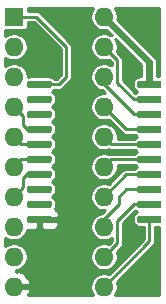
<source format=gbr>
G04 #@! TF.GenerationSoftware,KiCad,Pcbnew,(5.1.5)-3*
G04 #@! TF.CreationDate,2020-06-23T05:32:50-04:00*
G04 #@! TF.ProjectId,dip20soic,64697032-3073-46f6-9963-2e6b69636164,rev?*
G04 #@! TF.SameCoordinates,Original*
G04 #@! TF.FileFunction,Copper,L1,Top*
G04 #@! TF.FilePolarity,Positive*
%FSLAX46Y46*%
G04 Gerber Fmt 4.6, Leading zero omitted, Abs format (unit mm)*
G04 Created by KiCad (PCBNEW (5.1.5)-3) date 2020-06-23 05:32:50*
%MOMM*%
%LPD*%
G04 APERTURE LIST*
%ADD10R,1.600000X1.600000*%
%ADD11O,1.600000X1.600000*%
%ADD12C,0.100000*%
%ADD13C,0.400000*%
%ADD14C,0.800000*%
%ADD15C,0.250000*%
%ADD16C,0.600000*%
%ADD17C,0.239000*%
G04 APERTURE END LIST*
D10*
X106680000Y-71120000D03*
D11*
X114300000Y-93980000D03*
X106680000Y-73660000D03*
X114300000Y-91440000D03*
X106680000Y-76200000D03*
X114300000Y-88900000D03*
X106680000Y-78740000D03*
X114300000Y-86360000D03*
X106680000Y-81280000D03*
X114300000Y-83820000D03*
X106680000Y-83820000D03*
X114300000Y-81280000D03*
X106680000Y-86360000D03*
X114300000Y-78740000D03*
X106680000Y-88900000D03*
X114300000Y-76200000D03*
X106680000Y-91440000D03*
X114300000Y-73660000D03*
X106680000Y-93980000D03*
X114300000Y-71120000D03*
G04 #@! TA.AperFunction,SMDPad,CuDef*
D12*
G36*
X109728703Y-76535722D02*
G01*
X109743264Y-76537882D01*
X109757543Y-76541459D01*
X109771403Y-76546418D01*
X109784710Y-76552712D01*
X109797336Y-76560280D01*
X109809159Y-76569048D01*
X109820066Y-76578934D01*
X109829952Y-76589841D01*
X109838720Y-76601664D01*
X109846288Y-76614290D01*
X109852582Y-76627597D01*
X109857541Y-76641457D01*
X109861118Y-76655736D01*
X109863278Y-76670297D01*
X109864000Y-76685000D01*
X109864000Y-76985000D01*
X109863278Y-76999703D01*
X109861118Y-77014264D01*
X109857541Y-77028543D01*
X109852582Y-77042403D01*
X109846288Y-77055710D01*
X109838720Y-77068336D01*
X109829952Y-77080159D01*
X109820066Y-77091066D01*
X109809159Y-77100952D01*
X109797336Y-77109720D01*
X109784710Y-77117288D01*
X109771403Y-77123582D01*
X109757543Y-77128541D01*
X109743264Y-77132118D01*
X109728703Y-77134278D01*
X109714000Y-77135000D01*
X107964000Y-77135000D01*
X107949297Y-77134278D01*
X107934736Y-77132118D01*
X107920457Y-77128541D01*
X107906597Y-77123582D01*
X107893290Y-77117288D01*
X107880664Y-77109720D01*
X107868841Y-77100952D01*
X107857934Y-77091066D01*
X107848048Y-77080159D01*
X107839280Y-77068336D01*
X107831712Y-77055710D01*
X107825418Y-77042403D01*
X107820459Y-77028543D01*
X107816882Y-77014264D01*
X107814722Y-76999703D01*
X107814000Y-76985000D01*
X107814000Y-76685000D01*
X107814722Y-76670297D01*
X107816882Y-76655736D01*
X107820459Y-76641457D01*
X107825418Y-76627597D01*
X107831712Y-76614290D01*
X107839280Y-76601664D01*
X107848048Y-76589841D01*
X107857934Y-76578934D01*
X107868841Y-76569048D01*
X107880664Y-76560280D01*
X107893290Y-76552712D01*
X107906597Y-76546418D01*
X107920457Y-76541459D01*
X107934736Y-76537882D01*
X107949297Y-76535722D01*
X107964000Y-76535000D01*
X109714000Y-76535000D01*
X109728703Y-76535722D01*
G37*
G04 #@! TD.AperFunction*
G04 #@! TA.AperFunction,SMDPad,CuDef*
G36*
X109728703Y-77805722D02*
G01*
X109743264Y-77807882D01*
X109757543Y-77811459D01*
X109771403Y-77816418D01*
X109784710Y-77822712D01*
X109797336Y-77830280D01*
X109809159Y-77839048D01*
X109820066Y-77848934D01*
X109829952Y-77859841D01*
X109838720Y-77871664D01*
X109846288Y-77884290D01*
X109852582Y-77897597D01*
X109857541Y-77911457D01*
X109861118Y-77925736D01*
X109863278Y-77940297D01*
X109864000Y-77955000D01*
X109864000Y-78255000D01*
X109863278Y-78269703D01*
X109861118Y-78284264D01*
X109857541Y-78298543D01*
X109852582Y-78312403D01*
X109846288Y-78325710D01*
X109838720Y-78338336D01*
X109829952Y-78350159D01*
X109820066Y-78361066D01*
X109809159Y-78370952D01*
X109797336Y-78379720D01*
X109784710Y-78387288D01*
X109771403Y-78393582D01*
X109757543Y-78398541D01*
X109743264Y-78402118D01*
X109728703Y-78404278D01*
X109714000Y-78405000D01*
X107964000Y-78405000D01*
X107949297Y-78404278D01*
X107934736Y-78402118D01*
X107920457Y-78398541D01*
X107906597Y-78393582D01*
X107893290Y-78387288D01*
X107880664Y-78379720D01*
X107868841Y-78370952D01*
X107857934Y-78361066D01*
X107848048Y-78350159D01*
X107839280Y-78338336D01*
X107831712Y-78325710D01*
X107825418Y-78312403D01*
X107820459Y-78298543D01*
X107816882Y-78284264D01*
X107814722Y-78269703D01*
X107814000Y-78255000D01*
X107814000Y-77955000D01*
X107814722Y-77940297D01*
X107816882Y-77925736D01*
X107820459Y-77911457D01*
X107825418Y-77897597D01*
X107831712Y-77884290D01*
X107839280Y-77871664D01*
X107848048Y-77859841D01*
X107857934Y-77848934D01*
X107868841Y-77839048D01*
X107880664Y-77830280D01*
X107893290Y-77822712D01*
X107906597Y-77816418D01*
X107920457Y-77811459D01*
X107934736Y-77807882D01*
X107949297Y-77805722D01*
X107964000Y-77805000D01*
X109714000Y-77805000D01*
X109728703Y-77805722D01*
G37*
G04 #@! TD.AperFunction*
G04 #@! TA.AperFunction,SMDPad,CuDef*
G36*
X109728703Y-79075722D02*
G01*
X109743264Y-79077882D01*
X109757543Y-79081459D01*
X109771403Y-79086418D01*
X109784710Y-79092712D01*
X109797336Y-79100280D01*
X109809159Y-79109048D01*
X109820066Y-79118934D01*
X109829952Y-79129841D01*
X109838720Y-79141664D01*
X109846288Y-79154290D01*
X109852582Y-79167597D01*
X109857541Y-79181457D01*
X109861118Y-79195736D01*
X109863278Y-79210297D01*
X109864000Y-79225000D01*
X109864000Y-79525000D01*
X109863278Y-79539703D01*
X109861118Y-79554264D01*
X109857541Y-79568543D01*
X109852582Y-79582403D01*
X109846288Y-79595710D01*
X109838720Y-79608336D01*
X109829952Y-79620159D01*
X109820066Y-79631066D01*
X109809159Y-79640952D01*
X109797336Y-79649720D01*
X109784710Y-79657288D01*
X109771403Y-79663582D01*
X109757543Y-79668541D01*
X109743264Y-79672118D01*
X109728703Y-79674278D01*
X109714000Y-79675000D01*
X107964000Y-79675000D01*
X107949297Y-79674278D01*
X107934736Y-79672118D01*
X107920457Y-79668541D01*
X107906597Y-79663582D01*
X107893290Y-79657288D01*
X107880664Y-79649720D01*
X107868841Y-79640952D01*
X107857934Y-79631066D01*
X107848048Y-79620159D01*
X107839280Y-79608336D01*
X107831712Y-79595710D01*
X107825418Y-79582403D01*
X107820459Y-79568543D01*
X107816882Y-79554264D01*
X107814722Y-79539703D01*
X107814000Y-79525000D01*
X107814000Y-79225000D01*
X107814722Y-79210297D01*
X107816882Y-79195736D01*
X107820459Y-79181457D01*
X107825418Y-79167597D01*
X107831712Y-79154290D01*
X107839280Y-79141664D01*
X107848048Y-79129841D01*
X107857934Y-79118934D01*
X107868841Y-79109048D01*
X107880664Y-79100280D01*
X107893290Y-79092712D01*
X107906597Y-79086418D01*
X107920457Y-79081459D01*
X107934736Y-79077882D01*
X107949297Y-79075722D01*
X107964000Y-79075000D01*
X109714000Y-79075000D01*
X109728703Y-79075722D01*
G37*
G04 #@! TD.AperFunction*
G04 #@! TA.AperFunction,SMDPad,CuDef*
G36*
X109728703Y-80345722D02*
G01*
X109743264Y-80347882D01*
X109757543Y-80351459D01*
X109771403Y-80356418D01*
X109784710Y-80362712D01*
X109797336Y-80370280D01*
X109809159Y-80379048D01*
X109820066Y-80388934D01*
X109829952Y-80399841D01*
X109838720Y-80411664D01*
X109846288Y-80424290D01*
X109852582Y-80437597D01*
X109857541Y-80451457D01*
X109861118Y-80465736D01*
X109863278Y-80480297D01*
X109864000Y-80495000D01*
X109864000Y-80795000D01*
X109863278Y-80809703D01*
X109861118Y-80824264D01*
X109857541Y-80838543D01*
X109852582Y-80852403D01*
X109846288Y-80865710D01*
X109838720Y-80878336D01*
X109829952Y-80890159D01*
X109820066Y-80901066D01*
X109809159Y-80910952D01*
X109797336Y-80919720D01*
X109784710Y-80927288D01*
X109771403Y-80933582D01*
X109757543Y-80938541D01*
X109743264Y-80942118D01*
X109728703Y-80944278D01*
X109714000Y-80945000D01*
X107964000Y-80945000D01*
X107949297Y-80944278D01*
X107934736Y-80942118D01*
X107920457Y-80938541D01*
X107906597Y-80933582D01*
X107893290Y-80927288D01*
X107880664Y-80919720D01*
X107868841Y-80910952D01*
X107857934Y-80901066D01*
X107848048Y-80890159D01*
X107839280Y-80878336D01*
X107831712Y-80865710D01*
X107825418Y-80852403D01*
X107820459Y-80838543D01*
X107816882Y-80824264D01*
X107814722Y-80809703D01*
X107814000Y-80795000D01*
X107814000Y-80495000D01*
X107814722Y-80480297D01*
X107816882Y-80465736D01*
X107820459Y-80451457D01*
X107825418Y-80437597D01*
X107831712Y-80424290D01*
X107839280Y-80411664D01*
X107848048Y-80399841D01*
X107857934Y-80388934D01*
X107868841Y-80379048D01*
X107880664Y-80370280D01*
X107893290Y-80362712D01*
X107906597Y-80356418D01*
X107920457Y-80351459D01*
X107934736Y-80347882D01*
X107949297Y-80345722D01*
X107964000Y-80345000D01*
X109714000Y-80345000D01*
X109728703Y-80345722D01*
G37*
G04 #@! TD.AperFunction*
G04 #@! TA.AperFunction,SMDPad,CuDef*
G36*
X109728703Y-81615722D02*
G01*
X109743264Y-81617882D01*
X109757543Y-81621459D01*
X109771403Y-81626418D01*
X109784710Y-81632712D01*
X109797336Y-81640280D01*
X109809159Y-81649048D01*
X109820066Y-81658934D01*
X109829952Y-81669841D01*
X109838720Y-81681664D01*
X109846288Y-81694290D01*
X109852582Y-81707597D01*
X109857541Y-81721457D01*
X109861118Y-81735736D01*
X109863278Y-81750297D01*
X109864000Y-81765000D01*
X109864000Y-82065000D01*
X109863278Y-82079703D01*
X109861118Y-82094264D01*
X109857541Y-82108543D01*
X109852582Y-82122403D01*
X109846288Y-82135710D01*
X109838720Y-82148336D01*
X109829952Y-82160159D01*
X109820066Y-82171066D01*
X109809159Y-82180952D01*
X109797336Y-82189720D01*
X109784710Y-82197288D01*
X109771403Y-82203582D01*
X109757543Y-82208541D01*
X109743264Y-82212118D01*
X109728703Y-82214278D01*
X109714000Y-82215000D01*
X107964000Y-82215000D01*
X107949297Y-82214278D01*
X107934736Y-82212118D01*
X107920457Y-82208541D01*
X107906597Y-82203582D01*
X107893290Y-82197288D01*
X107880664Y-82189720D01*
X107868841Y-82180952D01*
X107857934Y-82171066D01*
X107848048Y-82160159D01*
X107839280Y-82148336D01*
X107831712Y-82135710D01*
X107825418Y-82122403D01*
X107820459Y-82108543D01*
X107816882Y-82094264D01*
X107814722Y-82079703D01*
X107814000Y-82065000D01*
X107814000Y-81765000D01*
X107814722Y-81750297D01*
X107816882Y-81735736D01*
X107820459Y-81721457D01*
X107825418Y-81707597D01*
X107831712Y-81694290D01*
X107839280Y-81681664D01*
X107848048Y-81669841D01*
X107857934Y-81658934D01*
X107868841Y-81649048D01*
X107880664Y-81640280D01*
X107893290Y-81632712D01*
X107906597Y-81626418D01*
X107920457Y-81621459D01*
X107934736Y-81617882D01*
X107949297Y-81615722D01*
X107964000Y-81615000D01*
X109714000Y-81615000D01*
X109728703Y-81615722D01*
G37*
G04 #@! TD.AperFunction*
G04 #@! TA.AperFunction,SMDPad,CuDef*
G36*
X109728703Y-82885722D02*
G01*
X109743264Y-82887882D01*
X109757543Y-82891459D01*
X109771403Y-82896418D01*
X109784710Y-82902712D01*
X109797336Y-82910280D01*
X109809159Y-82919048D01*
X109820066Y-82928934D01*
X109829952Y-82939841D01*
X109838720Y-82951664D01*
X109846288Y-82964290D01*
X109852582Y-82977597D01*
X109857541Y-82991457D01*
X109861118Y-83005736D01*
X109863278Y-83020297D01*
X109864000Y-83035000D01*
X109864000Y-83335000D01*
X109863278Y-83349703D01*
X109861118Y-83364264D01*
X109857541Y-83378543D01*
X109852582Y-83392403D01*
X109846288Y-83405710D01*
X109838720Y-83418336D01*
X109829952Y-83430159D01*
X109820066Y-83441066D01*
X109809159Y-83450952D01*
X109797336Y-83459720D01*
X109784710Y-83467288D01*
X109771403Y-83473582D01*
X109757543Y-83478541D01*
X109743264Y-83482118D01*
X109728703Y-83484278D01*
X109714000Y-83485000D01*
X107964000Y-83485000D01*
X107949297Y-83484278D01*
X107934736Y-83482118D01*
X107920457Y-83478541D01*
X107906597Y-83473582D01*
X107893290Y-83467288D01*
X107880664Y-83459720D01*
X107868841Y-83450952D01*
X107857934Y-83441066D01*
X107848048Y-83430159D01*
X107839280Y-83418336D01*
X107831712Y-83405710D01*
X107825418Y-83392403D01*
X107820459Y-83378543D01*
X107816882Y-83364264D01*
X107814722Y-83349703D01*
X107814000Y-83335000D01*
X107814000Y-83035000D01*
X107814722Y-83020297D01*
X107816882Y-83005736D01*
X107820459Y-82991457D01*
X107825418Y-82977597D01*
X107831712Y-82964290D01*
X107839280Y-82951664D01*
X107848048Y-82939841D01*
X107857934Y-82928934D01*
X107868841Y-82919048D01*
X107880664Y-82910280D01*
X107893290Y-82902712D01*
X107906597Y-82896418D01*
X107920457Y-82891459D01*
X107934736Y-82887882D01*
X107949297Y-82885722D01*
X107964000Y-82885000D01*
X109714000Y-82885000D01*
X109728703Y-82885722D01*
G37*
G04 #@! TD.AperFunction*
G04 #@! TA.AperFunction,SMDPad,CuDef*
G36*
X109728703Y-84155722D02*
G01*
X109743264Y-84157882D01*
X109757543Y-84161459D01*
X109771403Y-84166418D01*
X109784710Y-84172712D01*
X109797336Y-84180280D01*
X109809159Y-84189048D01*
X109820066Y-84198934D01*
X109829952Y-84209841D01*
X109838720Y-84221664D01*
X109846288Y-84234290D01*
X109852582Y-84247597D01*
X109857541Y-84261457D01*
X109861118Y-84275736D01*
X109863278Y-84290297D01*
X109864000Y-84305000D01*
X109864000Y-84605000D01*
X109863278Y-84619703D01*
X109861118Y-84634264D01*
X109857541Y-84648543D01*
X109852582Y-84662403D01*
X109846288Y-84675710D01*
X109838720Y-84688336D01*
X109829952Y-84700159D01*
X109820066Y-84711066D01*
X109809159Y-84720952D01*
X109797336Y-84729720D01*
X109784710Y-84737288D01*
X109771403Y-84743582D01*
X109757543Y-84748541D01*
X109743264Y-84752118D01*
X109728703Y-84754278D01*
X109714000Y-84755000D01*
X107964000Y-84755000D01*
X107949297Y-84754278D01*
X107934736Y-84752118D01*
X107920457Y-84748541D01*
X107906597Y-84743582D01*
X107893290Y-84737288D01*
X107880664Y-84729720D01*
X107868841Y-84720952D01*
X107857934Y-84711066D01*
X107848048Y-84700159D01*
X107839280Y-84688336D01*
X107831712Y-84675710D01*
X107825418Y-84662403D01*
X107820459Y-84648543D01*
X107816882Y-84634264D01*
X107814722Y-84619703D01*
X107814000Y-84605000D01*
X107814000Y-84305000D01*
X107814722Y-84290297D01*
X107816882Y-84275736D01*
X107820459Y-84261457D01*
X107825418Y-84247597D01*
X107831712Y-84234290D01*
X107839280Y-84221664D01*
X107848048Y-84209841D01*
X107857934Y-84198934D01*
X107868841Y-84189048D01*
X107880664Y-84180280D01*
X107893290Y-84172712D01*
X107906597Y-84166418D01*
X107920457Y-84161459D01*
X107934736Y-84157882D01*
X107949297Y-84155722D01*
X107964000Y-84155000D01*
X109714000Y-84155000D01*
X109728703Y-84155722D01*
G37*
G04 #@! TD.AperFunction*
G04 #@! TA.AperFunction,SMDPad,CuDef*
G36*
X109728703Y-85425722D02*
G01*
X109743264Y-85427882D01*
X109757543Y-85431459D01*
X109771403Y-85436418D01*
X109784710Y-85442712D01*
X109797336Y-85450280D01*
X109809159Y-85459048D01*
X109820066Y-85468934D01*
X109829952Y-85479841D01*
X109838720Y-85491664D01*
X109846288Y-85504290D01*
X109852582Y-85517597D01*
X109857541Y-85531457D01*
X109861118Y-85545736D01*
X109863278Y-85560297D01*
X109864000Y-85575000D01*
X109864000Y-85875000D01*
X109863278Y-85889703D01*
X109861118Y-85904264D01*
X109857541Y-85918543D01*
X109852582Y-85932403D01*
X109846288Y-85945710D01*
X109838720Y-85958336D01*
X109829952Y-85970159D01*
X109820066Y-85981066D01*
X109809159Y-85990952D01*
X109797336Y-85999720D01*
X109784710Y-86007288D01*
X109771403Y-86013582D01*
X109757543Y-86018541D01*
X109743264Y-86022118D01*
X109728703Y-86024278D01*
X109714000Y-86025000D01*
X107964000Y-86025000D01*
X107949297Y-86024278D01*
X107934736Y-86022118D01*
X107920457Y-86018541D01*
X107906597Y-86013582D01*
X107893290Y-86007288D01*
X107880664Y-85999720D01*
X107868841Y-85990952D01*
X107857934Y-85981066D01*
X107848048Y-85970159D01*
X107839280Y-85958336D01*
X107831712Y-85945710D01*
X107825418Y-85932403D01*
X107820459Y-85918543D01*
X107816882Y-85904264D01*
X107814722Y-85889703D01*
X107814000Y-85875000D01*
X107814000Y-85575000D01*
X107814722Y-85560297D01*
X107816882Y-85545736D01*
X107820459Y-85531457D01*
X107825418Y-85517597D01*
X107831712Y-85504290D01*
X107839280Y-85491664D01*
X107848048Y-85479841D01*
X107857934Y-85468934D01*
X107868841Y-85459048D01*
X107880664Y-85450280D01*
X107893290Y-85442712D01*
X107906597Y-85436418D01*
X107920457Y-85431459D01*
X107934736Y-85427882D01*
X107949297Y-85425722D01*
X107964000Y-85425000D01*
X109714000Y-85425000D01*
X109728703Y-85425722D01*
G37*
G04 #@! TD.AperFunction*
G04 #@! TA.AperFunction,SMDPad,CuDef*
G36*
X109728703Y-86695722D02*
G01*
X109743264Y-86697882D01*
X109757543Y-86701459D01*
X109771403Y-86706418D01*
X109784710Y-86712712D01*
X109797336Y-86720280D01*
X109809159Y-86729048D01*
X109820066Y-86738934D01*
X109829952Y-86749841D01*
X109838720Y-86761664D01*
X109846288Y-86774290D01*
X109852582Y-86787597D01*
X109857541Y-86801457D01*
X109861118Y-86815736D01*
X109863278Y-86830297D01*
X109864000Y-86845000D01*
X109864000Y-87145000D01*
X109863278Y-87159703D01*
X109861118Y-87174264D01*
X109857541Y-87188543D01*
X109852582Y-87202403D01*
X109846288Y-87215710D01*
X109838720Y-87228336D01*
X109829952Y-87240159D01*
X109820066Y-87251066D01*
X109809159Y-87260952D01*
X109797336Y-87269720D01*
X109784710Y-87277288D01*
X109771403Y-87283582D01*
X109757543Y-87288541D01*
X109743264Y-87292118D01*
X109728703Y-87294278D01*
X109714000Y-87295000D01*
X107964000Y-87295000D01*
X107949297Y-87294278D01*
X107934736Y-87292118D01*
X107920457Y-87288541D01*
X107906597Y-87283582D01*
X107893290Y-87277288D01*
X107880664Y-87269720D01*
X107868841Y-87260952D01*
X107857934Y-87251066D01*
X107848048Y-87240159D01*
X107839280Y-87228336D01*
X107831712Y-87215710D01*
X107825418Y-87202403D01*
X107820459Y-87188543D01*
X107816882Y-87174264D01*
X107814722Y-87159703D01*
X107814000Y-87145000D01*
X107814000Y-86845000D01*
X107814722Y-86830297D01*
X107816882Y-86815736D01*
X107820459Y-86801457D01*
X107825418Y-86787597D01*
X107831712Y-86774290D01*
X107839280Y-86761664D01*
X107848048Y-86749841D01*
X107857934Y-86738934D01*
X107868841Y-86729048D01*
X107880664Y-86720280D01*
X107893290Y-86712712D01*
X107906597Y-86706418D01*
X107920457Y-86701459D01*
X107934736Y-86697882D01*
X107949297Y-86695722D01*
X107964000Y-86695000D01*
X109714000Y-86695000D01*
X109728703Y-86695722D01*
G37*
G04 #@! TD.AperFunction*
G04 #@! TA.AperFunction,SMDPad,CuDef*
G36*
X109728703Y-87965722D02*
G01*
X109743264Y-87967882D01*
X109757543Y-87971459D01*
X109771403Y-87976418D01*
X109784710Y-87982712D01*
X109797336Y-87990280D01*
X109809159Y-87999048D01*
X109820066Y-88008934D01*
X109829952Y-88019841D01*
X109838720Y-88031664D01*
X109846288Y-88044290D01*
X109852582Y-88057597D01*
X109857541Y-88071457D01*
X109861118Y-88085736D01*
X109863278Y-88100297D01*
X109864000Y-88115000D01*
X109864000Y-88415000D01*
X109863278Y-88429703D01*
X109861118Y-88444264D01*
X109857541Y-88458543D01*
X109852582Y-88472403D01*
X109846288Y-88485710D01*
X109838720Y-88498336D01*
X109829952Y-88510159D01*
X109820066Y-88521066D01*
X109809159Y-88530952D01*
X109797336Y-88539720D01*
X109784710Y-88547288D01*
X109771403Y-88553582D01*
X109757543Y-88558541D01*
X109743264Y-88562118D01*
X109728703Y-88564278D01*
X109714000Y-88565000D01*
X107964000Y-88565000D01*
X107949297Y-88564278D01*
X107934736Y-88562118D01*
X107920457Y-88558541D01*
X107906597Y-88553582D01*
X107893290Y-88547288D01*
X107880664Y-88539720D01*
X107868841Y-88530952D01*
X107857934Y-88521066D01*
X107848048Y-88510159D01*
X107839280Y-88498336D01*
X107831712Y-88485710D01*
X107825418Y-88472403D01*
X107820459Y-88458543D01*
X107816882Y-88444264D01*
X107814722Y-88429703D01*
X107814000Y-88415000D01*
X107814000Y-88115000D01*
X107814722Y-88100297D01*
X107816882Y-88085736D01*
X107820459Y-88071457D01*
X107825418Y-88057597D01*
X107831712Y-88044290D01*
X107839280Y-88031664D01*
X107848048Y-88019841D01*
X107857934Y-88008934D01*
X107868841Y-87999048D01*
X107880664Y-87990280D01*
X107893290Y-87982712D01*
X107906597Y-87976418D01*
X107920457Y-87971459D01*
X107934736Y-87967882D01*
X107949297Y-87965722D01*
X107964000Y-87965000D01*
X109714000Y-87965000D01*
X109728703Y-87965722D01*
G37*
G04 #@! TD.AperFunction*
G04 #@! TA.AperFunction,SMDPad,CuDef*
G36*
X119028703Y-87965722D02*
G01*
X119043264Y-87967882D01*
X119057543Y-87971459D01*
X119071403Y-87976418D01*
X119084710Y-87982712D01*
X119097336Y-87990280D01*
X119109159Y-87999048D01*
X119120066Y-88008934D01*
X119129952Y-88019841D01*
X119138720Y-88031664D01*
X119146288Y-88044290D01*
X119152582Y-88057597D01*
X119157541Y-88071457D01*
X119161118Y-88085736D01*
X119163278Y-88100297D01*
X119164000Y-88115000D01*
X119164000Y-88415000D01*
X119163278Y-88429703D01*
X119161118Y-88444264D01*
X119157541Y-88458543D01*
X119152582Y-88472403D01*
X119146288Y-88485710D01*
X119138720Y-88498336D01*
X119129952Y-88510159D01*
X119120066Y-88521066D01*
X119109159Y-88530952D01*
X119097336Y-88539720D01*
X119084710Y-88547288D01*
X119071403Y-88553582D01*
X119057543Y-88558541D01*
X119043264Y-88562118D01*
X119028703Y-88564278D01*
X119014000Y-88565000D01*
X117264000Y-88565000D01*
X117249297Y-88564278D01*
X117234736Y-88562118D01*
X117220457Y-88558541D01*
X117206597Y-88553582D01*
X117193290Y-88547288D01*
X117180664Y-88539720D01*
X117168841Y-88530952D01*
X117157934Y-88521066D01*
X117148048Y-88510159D01*
X117139280Y-88498336D01*
X117131712Y-88485710D01*
X117125418Y-88472403D01*
X117120459Y-88458543D01*
X117116882Y-88444264D01*
X117114722Y-88429703D01*
X117114000Y-88415000D01*
X117114000Y-88115000D01*
X117114722Y-88100297D01*
X117116882Y-88085736D01*
X117120459Y-88071457D01*
X117125418Y-88057597D01*
X117131712Y-88044290D01*
X117139280Y-88031664D01*
X117148048Y-88019841D01*
X117157934Y-88008934D01*
X117168841Y-87999048D01*
X117180664Y-87990280D01*
X117193290Y-87982712D01*
X117206597Y-87976418D01*
X117220457Y-87971459D01*
X117234736Y-87967882D01*
X117249297Y-87965722D01*
X117264000Y-87965000D01*
X119014000Y-87965000D01*
X119028703Y-87965722D01*
G37*
G04 #@! TD.AperFunction*
G04 #@! TA.AperFunction,SMDPad,CuDef*
G36*
X119028703Y-86695722D02*
G01*
X119043264Y-86697882D01*
X119057543Y-86701459D01*
X119071403Y-86706418D01*
X119084710Y-86712712D01*
X119097336Y-86720280D01*
X119109159Y-86729048D01*
X119120066Y-86738934D01*
X119129952Y-86749841D01*
X119138720Y-86761664D01*
X119146288Y-86774290D01*
X119152582Y-86787597D01*
X119157541Y-86801457D01*
X119161118Y-86815736D01*
X119163278Y-86830297D01*
X119164000Y-86845000D01*
X119164000Y-87145000D01*
X119163278Y-87159703D01*
X119161118Y-87174264D01*
X119157541Y-87188543D01*
X119152582Y-87202403D01*
X119146288Y-87215710D01*
X119138720Y-87228336D01*
X119129952Y-87240159D01*
X119120066Y-87251066D01*
X119109159Y-87260952D01*
X119097336Y-87269720D01*
X119084710Y-87277288D01*
X119071403Y-87283582D01*
X119057543Y-87288541D01*
X119043264Y-87292118D01*
X119028703Y-87294278D01*
X119014000Y-87295000D01*
X117264000Y-87295000D01*
X117249297Y-87294278D01*
X117234736Y-87292118D01*
X117220457Y-87288541D01*
X117206597Y-87283582D01*
X117193290Y-87277288D01*
X117180664Y-87269720D01*
X117168841Y-87260952D01*
X117157934Y-87251066D01*
X117148048Y-87240159D01*
X117139280Y-87228336D01*
X117131712Y-87215710D01*
X117125418Y-87202403D01*
X117120459Y-87188543D01*
X117116882Y-87174264D01*
X117114722Y-87159703D01*
X117114000Y-87145000D01*
X117114000Y-86845000D01*
X117114722Y-86830297D01*
X117116882Y-86815736D01*
X117120459Y-86801457D01*
X117125418Y-86787597D01*
X117131712Y-86774290D01*
X117139280Y-86761664D01*
X117148048Y-86749841D01*
X117157934Y-86738934D01*
X117168841Y-86729048D01*
X117180664Y-86720280D01*
X117193290Y-86712712D01*
X117206597Y-86706418D01*
X117220457Y-86701459D01*
X117234736Y-86697882D01*
X117249297Y-86695722D01*
X117264000Y-86695000D01*
X119014000Y-86695000D01*
X119028703Y-86695722D01*
G37*
G04 #@! TD.AperFunction*
G04 #@! TA.AperFunction,SMDPad,CuDef*
G36*
X119028703Y-85425722D02*
G01*
X119043264Y-85427882D01*
X119057543Y-85431459D01*
X119071403Y-85436418D01*
X119084710Y-85442712D01*
X119097336Y-85450280D01*
X119109159Y-85459048D01*
X119120066Y-85468934D01*
X119129952Y-85479841D01*
X119138720Y-85491664D01*
X119146288Y-85504290D01*
X119152582Y-85517597D01*
X119157541Y-85531457D01*
X119161118Y-85545736D01*
X119163278Y-85560297D01*
X119164000Y-85575000D01*
X119164000Y-85875000D01*
X119163278Y-85889703D01*
X119161118Y-85904264D01*
X119157541Y-85918543D01*
X119152582Y-85932403D01*
X119146288Y-85945710D01*
X119138720Y-85958336D01*
X119129952Y-85970159D01*
X119120066Y-85981066D01*
X119109159Y-85990952D01*
X119097336Y-85999720D01*
X119084710Y-86007288D01*
X119071403Y-86013582D01*
X119057543Y-86018541D01*
X119043264Y-86022118D01*
X119028703Y-86024278D01*
X119014000Y-86025000D01*
X117264000Y-86025000D01*
X117249297Y-86024278D01*
X117234736Y-86022118D01*
X117220457Y-86018541D01*
X117206597Y-86013582D01*
X117193290Y-86007288D01*
X117180664Y-85999720D01*
X117168841Y-85990952D01*
X117157934Y-85981066D01*
X117148048Y-85970159D01*
X117139280Y-85958336D01*
X117131712Y-85945710D01*
X117125418Y-85932403D01*
X117120459Y-85918543D01*
X117116882Y-85904264D01*
X117114722Y-85889703D01*
X117114000Y-85875000D01*
X117114000Y-85575000D01*
X117114722Y-85560297D01*
X117116882Y-85545736D01*
X117120459Y-85531457D01*
X117125418Y-85517597D01*
X117131712Y-85504290D01*
X117139280Y-85491664D01*
X117148048Y-85479841D01*
X117157934Y-85468934D01*
X117168841Y-85459048D01*
X117180664Y-85450280D01*
X117193290Y-85442712D01*
X117206597Y-85436418D01*
X117220457Y-85431459D01*
X117234736Y-85427882D01*
X117249297Y-85425722D01*
X117264000Y-85425000D01*
X119014000Y-85425000D01*
X119028703Y-85425722D01*
G37*
G04 #@! TD.AperFunction*
G04 #@! TA.AperFunction,SMDPad,CuDef*
G36*
X119028703Y-84155722D02*
G01*
X119043264Y-84157882D01*
X119057543Y-84161459D01*
X119071403Y-84166418D01*
X119084710Y-84172712D01*
X119097336Y-84180280D01*
X119109159Y-84189048D01*
X119120066Y-84198934D01*
X119129952Y-84209841D01*
X119138720Y-84221664D01*
X119146288Y-84234290D01*
X119152582Y-84247597D01*
X119157541Y-84261457D01*
X119161118Y-84275736D01*
X119163278Y-84290297D01*
X119164000Y-84305000D01*
X119164000Y-84605000D01*
X119163278Y-84619703D01*
X119161118Y-84634264D01*
X119157541Y-84648543D01*
X119152582Y-84662403D01*
X119146288Y-84675710D01*
X119138720Y-84688336D01*
X119129952Y-84700159D01*
X119120066Y-84711066D01*
X119109159Y-84720952D01*
X119097336Y-84729720D01*
X119084710Y-84737288D01*
X119071403Y-84743582D01*
X119057543Y-84748541D01*
X119043264Y-84752118D01*
X119028703Y-84754278D01*
X119014000Y-84755000D01*
X117264000Y-84755000D01*
X117249297Y-84754278D01*
X117234736Y-84752118D01*
X117220457Y-84748541D01*
X117206597Y-84743582D01*
X117193290Y-84737288D01*
X117180664Y-84729720D01*
X117168841Y-84720952D01*
X117157934Y-84711066D01*
X117148048Y-84700159D01*
X117139280Y-84688336D01*
X117131712Y-84675710D01*
X117125418Y-84662403D01*
X117120459Y-84648543D01*
X117116882Y-84634264D01*
X117114722Y-84619703D01*
X117114000Y-84605000D01*
X117114000Y-84305000D01*
X117114722Y-84290297D01*
X117116882Y-84275736D01*
X117120459Y-84261457D01*
X117125418Y-84247597D01*
X117131712Y-84234290D01*
X117139280Y-84221664D01*
X117148048Y-84209841D01*
X117157934Y-84198934D01*
X117168841Y-84189048D01*
X117180664Y-84180280D01*
X117193290Y-84172712D01*
X117206597Y-84166418D01*
X117220457Y-84161459D01*
X117234736Y-84157882D01*
X117249297Y-84155722D01*
X117264000Y-84155000D01*
X119014000Y-84155000D01*
X119028703Y-84155722D01*
G37*
G04 #@! TD.AperFunction*
G04 #@! TA.AperFunction,SMDPad,CuDef*
G36*
X119028703Y-82885722D02*
G01*
X119043264Y-82887882D01*
X119057543Y-82891459D01*
X119071403Y-82896418D01*
X119084710Y-82902712D01*
X119097336Y-82910280D01*
X119109159Y-82919048D01*
X119120066Y-82928934D01*
X119129952Y-82939841D01*
X119138720Y-82951664D01*
X119146288Y-82964290D01*
X119152582Y-82977597D01*
X119157541Y-82991457D01*
X119161118Y-83005736D01*
X119163278Y-83020297D01*
X119164000Y-83035000D01*
X119164000Y-83335000D01*
X119163278Y-83349703D01*
X119161118Y-83364264D01*
X119157541Y-83378543D01*
X119152582Y-83392403D01*
X119146288Y-83405710D01*
X119138720Y-83418336D01*
X119129952Y-83430159D01*
X119120066Y-83441066D01*
X119109159Y-83450952D01*
X119097336Y-83459720D01*
X119084710Y-83467288D01*
X119071403Y-83473582D01*
X119057543Y-83478541D01*
X119043264Y-83482118D01*
X119028703Y-83484278D01*
X119014000Y-83485000D01*
X117264000Y-83485000D01*
X117249297Y-83484278D01*
X117234736Y-83482118D01*
X117220457Y-83478541D01*
X117206597Y-83473582D01*
X117193290Y-83467288D01*
X117180664Y-83459720D01*
X117168841Y-83450952D01*
X117157934Y-83441066D01*
X117148048Y-83430159D01*
X117139280Y-83418336D01*
X117131712Y-83405710D01*
X117125418Y-83392403D01*
X117120459Y-83378543D01*
X117116882Y-83364264D01*
X117114722Y-83349703D01*
X117114000Y-83335000D01*
X117114000Y-83035000D01*
X117114722Y-83020297D01*
X117116882Y-83005736D01*
X117120459Y-82991457D01*
X117125418Y-82977597D01*
X117131712Y-82964290D01*
X117139280Y-82951664D01*
X117148048Y-82939841D01*
X117157934Y-82928934D01*
X117168841Y-82919048D01*
X117180664Y-82910280D01*
X117193290Y-82902712D01*
X117206597Y-82896418D01*
X117220457Y-82891459D01*
X117234736Y-82887882D01*
X117249297Y-82885722D01*
X117264000Y-82885000D01*
X119014000Y-82885000D01*
X119028703Y-82885722D01*
G37*
G04 #@! TD.AperFunction*
G04 #@! TA.AperFunction,SMDPad,CuDef*
G36*
X119028703Y-81615722D02*
G01*
X119043264Y-81617882D01*
X119057543Y-81621459D01*
X119071403Y-81626418D01*
X119084710Y-81632712D01*
X119097336Y-81640280D01*
X119109159Y-81649048D01*
X119120066Y-81658934D01*
X119129952Y-81669841D01*
X119138720Y-81681664D01*
X119146288Y-81694290D01*
X119152582Y-81707597D01*
X119157541Y-81721457D01*
X119161118Y-81735736D01*
X119163278Y-81750297D01*
X119164000Y-81765000D01*
X119164000Y-82065000D01*
X119163278Y-82079703D01*
X119161118Y-82094264D01*
X119157541Y-82108543D01*
X119152582Y-82122403D01*
X119146288Y-82135710D01*
X119138720Y-82148336D01*
X119129952Y-82160159D01*
X119120066Y-82171066D01*
X119109159Y-82180952D01*
X119097336Y-82189720D01*
X119084710Y-82197288D01*
X119071403Y-82203582D01*
X119057543Y-82208541D01*
X119043264Y-82212118D01*
X119028703Y-82214278D01*
X119014000Y-82215000D01*
X117264000Y-82215000D01*
X117249297Y-82214278D01*
X117234736Y-82212118D01*
X117220457Y-82208541D01*
X117206597Y-82203582D01*
X117193290Y-82197288D01*
X117180664Y-82189720D01*
X117168841Y-82180952D01*
X117157934Y-82171066D01*
X117148048Y-82160159D01*
X117139280Y-82148336D01*
X117131712Y-82135710D01*
X117125418Y-82122403D01*
X117120459Y-82108543D01*
X117116882Y-82094264D01*
X117114722Y-82079703D01*
X117114000Y-82065000D01*
X117114000Y-81765000D01*
X117114722Y-81750297D01*
X117116882Y-81735736D01*
X117120459Y-81721457D01*
X117125418Y-81707597D01*
X117131712Y-81694290D01*
X117139280Y-81681664D01*
X117148048Y-81669841D01*
X117157934Y-81658934D01*
X117168841Y-81649048D01*
X117180664Y-81640280D01*
X117193290Y-81632712D01*
X117206597Y-81626418D01*
X117220457Y-81621459D01*
X117234736Y-81617882D01*
X117249297Y-81615722D01*
X117264000Y-81615000D01*
X119014000Y-81615000D01*
X119028703Y-81615722D01*
G37*
G04 #@! TD.AperFunction*
G04 #@! TA.AperFunction,SMDPad,CuDef*
G36*
X119028703Y-80345722D02*
G01*
X119043264Y-80347882D01*
X119057543Y-80351459D01*
X119071403Y-80356418D01*
X119084710Y-80362712D01*
X119097336Y-80370280D01*
X119109159Y-80379048D01*
X119120066Y-80388934D01*
X119129952Y-80399841D01*
X119138720Y-80411664D01*
X119146288Y-80424290D01*
X119152582Y-80437597D01*
X119157541Y-80451457D01*
X119161118Y-80465736D01*
X119163278Y-80480297D01*
X119164000Y-80495000D01*
X119164000Y-80795000D01*
X119163278Y-80809703D01*
X119161118Y-80824264D01*
X119157541Y-80838543D01*
X119152582Y-80852403D01*
X119146288Y-80865710D01*
X119138720Y-80878336D01*
X119129952Y-80890159D01*
X119120066Y-80901066D01*
X119109159Y-80910952D01*
X119097336Y-80919720D01*
X119084710Y-80927288D01*
X119071403Y-80933582D01*
X119057543Y-80938541D01*
X119043264Y-80942118D01*
X119028703Y-80944278D01*
X119014000Y-80945000D01*
X117264000Y-80945000D01*
X117249297Y-80944278D01*
X117234736Y-80942118D01*
X117220457Y-80938541D01*
X117206597Y-80933582D01*
X117193290Y-80927288D01*
X117180664Y-80919720D01*
X117168841Y-80910952D01*
X117157934Y-80901066D01*
X117148048Y-80890159D01*
X117139280Y-80878336D01*
X117131712Y-80865710D01*
X117125418Y-80852403D01*
X117120459Y-80838543D01*
X117116882Y-80824264D01*
X117114722Y-80809703D01*
X117114000Y-80795000D01*
X117114000Y-80495000D01*
X117114722Y-80480297D01*
X117116882Y-80465736D01*
X117120459Y-80451457D01*
X117125418Y-80437597D01*
X117131712Y-80424290D01*
X117139280Y-80411664D01*
X117148048Y-80399841D01*
X117157934Y-80388934D01*
X117168841Y-80379048D01*
X117180664Y-80370280D01*
X117193290Y-80362712D01*
X117206597Y-80356418D01*
X117220457Y-80351459D01*
X117234736Y-80347882D01*
X117249297Y-80345722D01*
X117264000Y-80345000D01*
X119014000Y-80345000D01*
X119028703Y-80345722D01*
G37*
G04 #@! TD.AperFunction*
G04 #@! TA.AperFunction,SMDPad,CuDef*
G36*
X119028703Y-79075722D02*
G01*
X119043264Y-79077882D01*
X119057543Y-79081459D01*
X119071403Y-79086418D01*
X119084710Y-79092712D01*
X119097336Y-79100280D01*
X119109159Y-79109048D01*
X119120066Y-79118934D01*
X119129952Y-79129841D01*
X119138720Y-79141664D01*
X119146288Y-79154290D01*
X119152582Y-79167597D01*
X119157541Y-79181457D01*
X119161118Y-79195736D01*
X119163278Y-79210297D01*
X119164000Y-79225000D01*
X119164000Y-79525000D01*
X119163278Y-79539703D01*
X119161118Y-79554264D01*
X119157541Y-79568543D01*
X119152582Y-79582403D01*
X119146288Y-79595710D01*
X119138720Y-79608336D01*
X119129952Y-79620159D01*
X119120066Y-79631066D01*
X119109159Y-79640952D01*
X119097336Y-79649720D01*
X119084710Y-79657288D01*
X119071403Y-79663582D01*
X119057543Y-79668541D01*
X119043264Y-79672118D01*
X119028703Y-79674278D01*
X119014000Y-79675000D01*
X117264000Y-79675000D01*
X117249297Y-79674278D01*
X117234736Y-79672118D01*
X117220457Y-79668541D01*
X117206597Y-79663582D01*
X117193290Y-79657288D01*
X117180664Y-79649720D01*
X117168841Y-79640952D01*
X117157934Y-79631066D01*
X117148048Y-79620159D01*
X117139280Y-79608336D01*
X117131712Y-79595710D01*
X117125418Y-79582403D01*
X117120459Y-79568543D01*
X117116882Y-79554264D01*
X117114722Y-79539703D01*
X117114000Y-79525000D01*
X117114000Y-79225000D01*
X117114722Y-79210297D01*
X117116882Y-79195736D01*
X117120459Y-79181457D01*
X117125418Y-79167597D01*
X117131712Y-79154290D01*
X117139280Y-79141664D01*
X117148048Y-79129841D01*
X117157934Y-79118934D01*
X117168841Y-79109048D01*
X117180664Y-79100280D01*
X117193290Y-79092712D01*
X117206597Y-79086418D01*
X117220457Y-79081459D01*
X117234736Y-79077882D01*
X117249297Y-79075722D01*
X117264000Y-79075000D01*
X119014000Y-79075000D01*
X119028703Y-79075722D01*
G37*
G04 #@! TD.AperFunction*
G04 #@! TA.AperFunction,SMDPad,CuDef*
G36*
X119028703Y-77805722D02*
G01*
X119043264Y-77807882D01*
X119057543Y-77811459D01*
X119071403Y-77816418D01*
X119084710Y-77822712D01*
X119097336Y-77830280D01*
X119109159Y-77839048D01*
X119120066Y-77848934D01*
X119129952Y-77859841D01*
X119138720Y-77871664D01*
X119146288Y-77884290D01*
X119152582Y-77897597D01*
X119157541Y-77911457D01*
X119161118Y-77925736D01*
X119163278Y-77940297D01*
X119164000Y-77955000D01*
X119164000Y-78255000D01*
X119163278Y-78269703D01*
X119161118Y-78284264D01*
X119157541Y-78298543D01*
X119152582Y-78312403D01*
X119146288Y-78325710D01*
X119138720Y-78338336D01*
X119129952Y-78350159D01*
X119120066Y-78361066D01*
X119109159Y-78370952D01*
X119097336Y-78379720D01*
X119084710Y-78387288D01*
X119071403Y-78393582D01*
X119057543Y-78398541D01*
X119043264Y-78402118D01*
X119028703Y-78404278D01*
X119014000Y-78405000D01*
X117264000Y-78405000D01*
X117249297Y-78404278D01*
X117234736Y-78402118D01*
X117220457Y-78398541D01*
X117206597Y-78393582D01*
X117193290Y-78387288D01*
X117180664Y-78379720D01*
X117168841Y-78370952D01*
X117157934Y-78361066D01*
X117148048Y-78350159D01*
X117139280Y-78338336D01*
X117131712Y-78325710D01*
X117125418Y-78312403D01*
X117120459Y-78298543D01*
X117116882Y-78284264D01*
X117114722Y-78269703D01*
X117114000Y-78255000D01*
X117114000Y-77955000D01*
X117114722Y-77940297D01*
X117116882Y-77925736D01*
X117120459Y-77911457D01*
X117125418Y-77897597D01*
X117131712Y-77884290D01*
X117139280Y-77871664D01*
X117148048Y-77859841D01*
X117157934Y-77848934D01*
X117168841Y-77839048D01*
X117180664Y-77830280D01*
X117193290Y-77822712D01*
X117206597Y-77816418D01*
X117220457Y-77811459D01*
X117234736Y-77807882D01*
X117249297Y-77805722D01*
X117264000Y-77805000D01*
X119014000Y-77805000D01*
X119028703Y-77805722D01*
G37*
G04 #@! TD.AperFunction*
G04 #@! TA.AperFunction,SMDPad,CuDef*
G36*
X119028703Y-76535722D02*
G01*
X119043264Y-76537882D01*
X119057543Y-76541459D01*
X119071403Y-76546418D01*
X119084710Y-76552712D01*
X119097336Y-76560280D01*
X119109159Y-76569048D01*
X119120066Y-76578934D01*
X119129952Y-76589841D01*
X119138720Y-76601664D01*
X119146288Y-76614290D01*
X119152582Y-76627597D01*
X119157541Y-76641457D01*
X119161118Y-76655736D01*
X119163278Y-76670297D01*
X119164000Y-76685000D01*
X119164000Y-76985000D01*
X119163278Y-76999703D01*
X119161118Y-77014264D01*
X119157541Y-77028543D01*
X119152582Y-77042403D01*
X119146288Y-77055710D01*
X119138720Y-77068336D01*
X119129952Y-77080159D01*
X119120066Y-77091066D01*
X119109159Y-77100952D01*
X119097336Y-77109720D01*
X119084710Y-77117288D01*
X119071403Y-77123582D01*
X119057543Y-77128541D01*
X119043264Y-77132118D01*
X119028703Y-77134278D01*
X119014000Y-77135000D01*
X117264000Y-77135000D01*
X117249297Y-77134278D01*
X117234736Y-77132118D01*
X117220457Y-77128541D01*
X117206597Y-77123582D01*
X117193290Y-77117288D01*
X117180664Y-77109720D01*
X117168841Y-77100952D01*
X117157934Y-77091066D01*
X117148048Y-77080159D01*
X117139280Y-77068336D01*
X117131712Y-77055710D01*
X117125418Y-77042403D01*
X117120459Y-77028543D01*
X117116882Y-77014264D01*
X117114722Y-76999703D01*
X117114000Y-76985000D01*
X117114000Y-76685000D01*
X117114722Y-76670297D01*
X117116882Y-76655736D01*
X117120459Y-76641457D01*
X117125418Y-76627597D01*
X117131712Y-76614290D01*
X117139280Y-76601664D01*
X117148048Y-76589841D01*
X117157934Y-76578934D01*
X117168841Y-76569048D01*
X117180664Y-76560280D01*
X117193290Y-76552712D01*
X117206597Y-76546418D01*
X117220457Y-76541459D01*
X117234736Y-76537882D01*
X117249297Y-76535722D01*
X117264000Y-76535000D01*
X119014000Y-76535000D01*
X119028703Y-76535722D01*
G37*
G04 #@! TD.AperFunction*
D13*
X109220000Y-78105000D03*
X108585000Y-79375000D03*
X109220000Y-86995000D03*
X108585000Y-85725000D03*
D14*
X111125000Y-71755000D03*
X117729000Y-71628000D03*
X116586000Y-75438000D03*
X117602000Y-93218000D03*
X108966000Y-73279000D03*
D15*
X108585000Y-71120000D02*
X106680000Y-71120000D01*
X111125000Y-73660000D02*
X108585000Y-71120000D01*
X111125000Y-76200000D02*
X111125000Y-73660000D01*
X108839000Y-76835000D02*
X110490000Y-76835000D01*
X110490000Y-76835000D02*
X111125000Y-76200000D01*
X107479999Y-79539999D02*
X106680000Y-78740000D01*
X107814000Y-80645000D02*
X107479999Y-80310999D01*
X107479999Y-80310999D02*
X107479999Y-79539999D01*
X108839000Y-80645000D02*
X107814000Y-80645000D01*
X118139000Y-90141000D02*
X114300000Y-93980000D01*
X118139000Y-88265000D02*
X118139000Y-90141000D01*
X107315000Y-81915000D02*
X106680000Y-81280000D01*
X108839000Y-81915000D02*
X107315000Y-81915000D01*
X118139000Y-86995000D02*
X116840000Y-86995000D01*
X115099999Y-90640001D02*
X114300000Y-91440000D01*
X115425001Y-90314999D02*
X115099999Y-90640001D01*
X115425001Y-88409999D02*
X115425001Y-90314999D01*
X116840000Y-86995000D02*
X115425001Y-88409999D01*
X107315000Y-83185000D02*
X106680000Y-83820000D01*
X108839000Y-83185000D02*
X107315000Y-83185000D01*
X114300000Y-88265000D02*
X114300000Y-88900000D01*
X115570000Y-86360000D02*
X115570000Y-86995000D01*
X118139000Y-85725000D02*
X116205000Y-85725000D01*
X115570000Y-86995000D02*
X114300000Y-88265000D01*
X116205000Y-85725000D02*
X115570000Y-86360000D01*
D16*
X118139000Y-74959000D02*
X114300000Y-71120000D01*
X118139000Y-74959000D02*
X118139000Y-76835000D01*
D15*
X116205000Y-84455000D02*
X114300000Y-86360000D01*
X118139000Y-84455000D02*
X116205000Y-84455000D01*
X107479999Y-85560001D02*
X106680000Y-86360000D01*
X107479999Y-84789001D02*
X107479999Y-85560001D01*
X107814000Y-84455000D02*
X107479999Y-84789001D01*
X108839000Y-84455000D02*
X107814000Y-84455000D01*
X114935000Y-83185000D02*
X114300000Y-83820000D01*
X118139000Y-83185000D02*
X114935000Y-83185000D01*
X111125000Y-92710000D02*
X109855000Y-93980000D01*
X111125000Y-88900000D02*
X111125000Y-92710000D01*
X109855000Y-93980000D02*
X106680000Y-93980000D01*
X108839000Y-88265000D02*
X110490000Y-88265000D01*
X110490000Y-88265000D02*
X111125000Y-88900000D01*
X114935000Y-81915000D02*
X114300000Y-81280000D01*
X118139000Y-81915000D02*
X114935000Y-81915000D01*
X116205000Y-80645000D02*
X114300000Y-78740000D01*
X118139000Y-80645000D02*
X116205000Y-80645000D01*
X114300000Y-76835000D02*
X114300000Y-76200000D01*
X118139000Y-79375000D02*
X116840000Y-79375000D01*
X116840000Y-79375000D02*
X114300000Y-76835000D01*
X118139000Y-78105000D02*
X116840000Y-78105000D01*
X115099999Y-74459999D02*
X114300000Y-73660000D01*
X115425001Y-74785001D02*
X115099999Y-74459999D01*
X115425001Y-76690001D02*
X115425001Y-74785001D01*
X116840000Y-78105000D02*
X115425001Y-76690001D01*
D17*
G36*
X118961500Y-94704500D02*
G01*
X115209220Y-94704500D01*
X115326649Y-94528755D01*
X115413979Y-94317922D01*
X115458500Y-94094102D01*
X115458500Y-93865898D01*
X115413979Y-93642078D01*
X115386949Y-93576823D01*
X118464093Y-90499679D01*
X118482540Y-90484540D01*
X118507539Y-90454079D01*
X118542960Y-90410919D01*
X118587857Y-90326923D01*
X118597097Y-90296462D01*
X118615504Y-90235782D01*
X118622500Y-90164749D01*
X118622500Y-90164746D01*
X118624839Y-90141000D01*
X118622500Y-90117254D01*
X118622500Y-88925234D01*
X118961500Y-88925234D01*
X118961500Y-94704500D01*
G37*
X118961500Y-94704500D02*
X115209220Y-94704500D01*
X115326649Y-94528755D01*
X115413979Y-94317922D01*
X115458500Y-94094102D01*
X115458500Y-93865898D01*
X115413979Y-93642078D01*
X115386949Y-93576823D01*
X118464093Y-90499679D01*
X118482540Y-90484540D01*
X118507539Y-90454079D01*
X118542960Y-90410919D01*
X118587857Y-90326923D01*
X118597097Y-90296462D01*
X118615504Y-90235782D01*
X118622500Y-90164749D01*
X118622500Y-90164746D01*
X118624839Y-90141000D01*
X118622500Y-90117254D01*
X118622500Y-88925234D01*
X118961500Y-88925234D01*
X118961500Y-94704500D01*
G36*
X113273351Y-70571245D02*
G01*
X113186021Y-70782078D01*
X113141500Y-71005898D01*
X113141500Y-71234102D01*
X113186021Y-71457922D01*
X113273351Y-71668755D01*
X113400135Y-71858500D01*
X113561500Y-72019865D01*
X113751245Y-72146649D01*
X113962078Y-72233979D01*
X114185898Y-72278500D01*
X114414102Y-72278500D01*
X114508470Y-72259729D01*
X114949222Y-72700481D01*
X114848755Y-72633351D01*
X114637922Y-72546021D01*
X114414102Y-72501500D01*
X114185898Y-72501500D01*
X113962078Y-72546021D01*
X113751245Y-72633351D01*
X113561500Y-72760135D01*
X113400135Y-72921500D01*
X113273351Y-73111245D01*
X113186021Y-73322078D01*
X113141500Y-73545898D01*
X113141500Y-73774102D01*
X113186021Y-73997922D01*
X113273351Y-74208755D01*
X113400135Y-74398500D01*
X113561500Y-74559865D01*
X113751245Y-74686649D01*
X113962078Y-74773979D01*
X114185898Y-74818500D01*
X114414102Y-74818500D01*
X114637922Y-74773979D01*
X114703177Y-74746949D01*
X114941502Y-74985274D01*
X114941502Y-75235323D01*
X114848755Y-75173351D01*
X114637922Y-75086021D01*
X114414102Y-75041500D01*
X114185898Y-75041500D01*
X113962078Y-75086021D01*
X113751245Y-75173351D01*
X113561500Y-75300135D01*
X113400135Y-75461500D01*
X113273351Y-75651245D01*
X113186021Y-75862078D01*
X113141500Y-76085898D01*
X113141500Y-76314102D01*
X113186021Y-76537922D01*
X113273351Y-76748755D01*
X113400135Y-76938500D01*
X113561500Y-77099865D01*
X113751245Y-77226649D01*
X113962078Y-77313979D01*
X114128264Y-77347036D01*
X114362728Y-77581500D01*
X114185898Y-77581500D01*
X113962078Y-77626021D01*
X113751245Y-77713351D01*
X113561500Y-77840135D01*
X113400135Y-78001500D01*
X113273351Y-78191245D01*
X113186021Y-78402078D01*
X113141500Y-78625898D01*
X113141500Y-78854102D01*
X113186021Y-79077922D01*
X113273351Y-79288755D01*
X113400135Y-79478500D01*
X113561500Y-79639865D01*
X113751245Y-79766649D01*
X113962078Y-79853979D01*
X114185898Y-79898500D01*
X114414102Y-79898500D01*
X114637922Y-79853979D01*
X114703177Y-79826949D01*
X115846321Y-80970093D01*
X115861460Y-80988540D01*
X115879907Y-81003679D01*
X115935081Y-81048960D01*
X115990292Y-81078471D01*
X116019077Y-81093857D01*
X116110218Y-81121504D01*
X116181251Y-81128500D01*
X116181254Y-81128500D01*
X116205000Y-81130839D01*
X116228746Y-81128500D01*
X116880814Y-81128500D01*
X116903210Y-81155790D01*
X116980529Y-81219244D01*
X117068742Y-81266395D01*
X117113592Y-81280000D01*
X117068742Y-81293605D01*
X116980529Y-81340756D01*
X116903210Y-81404210D01*
X116880814Y-81431500D01*
X115451061Y-81431500D01*
X115458500Y-81394102D01*
X115458500Y-81165898D01*
X115413979Y-80942078D01*
X115326649Y-80731245D01*
X115199865Y-80541500D01*
X115038500Y-80380135D01*
X114848755Y-80253351D01*
X114637922Y-80166021D01*
X114414102Y-80121500D01*
X114185898Y-80121500D01*
X113962078Y-80166021D01*
X113751245Y-80253351D01*
X113561500Y-80380135D01*
X113400135Y-80541500D01*
X113273351Y-80731245D01*
X113186021Y-80942078D01*
X113141500Y-81165898D01*
X113141500Y-81394102D01*
X113186021Y-81617922D01*
X113273351Y-81828755D01*
X113400135Y-82018500D01*
X113561500Y-82179865D01*
X113751245Y-82306649D01*
X113962078Y-82393979D01*
X114185898Y-82438500D01*
X114414102Y-82438500D01*
X114637922Y-82393979D01*
X114732297Y-82354888D01*
X114749077Y-82363857D01*
X114840218Y-82391504D01*
X114911251Y-82398500D01*
X114911254Y-82398500D01*
X114935000Y-82400839D01*
X114958746Y-82398500D01*
X116880814Y-82398500D01*
X116903210Y-82425790D01*
X116980529Y-82489244D01*
X117068742Y-82536395D01*
X117113592Y-82550000D01*
X117068742Y-82563605D01*
X116980529Y-82610756D01*
X116903210Y-82674210D01*
X116880814Y-82701500D01*
X114958746Y-82701500D01*
X114935000Y-82699161D01*
X114911254Y-82701500D01*
X114911251Y-82701500D01*
X114840218Y-82708496D01*
X114749077Y-82736143D01*
X114732297Y-82745112D01*
X114637922Y-82706021D01*
X114414102Y-82661500D01*
X114185898Y-82661500D01*
X113962078Y-82706021D01*
X113751245Y-82793351D01*
X113561500Y-82920135D01*
X113400135Y-83081500D01*
X113273351Y-83271245D01*
X113186021Y-83482078D01*
X113141500Y-83705898D01*
X113141500Y-83934102D01*
X113186021Y-84157922D01*
X113273351Y-84368755D01*
X113400135Y-84558500D01*
X113561500Y-84719865D01*
X113751245Y-84846649D01*
X113962078Y-84933979D01*
X114185898Y-84978500D01*
X114414102Y-84978500D01*
X114637922Y-84933979D01*
X114848755Y-84846649D01*
X115038500Y-84719865D01*
X115199865Y-84558500D01*
X115326649Y-84368755D01*
X115413979Y-84157922D01*
X115458500Y-83934102D01*
X115458500Y-83705898D01*
X115451061Y-83668500D01*
X116880814Y-83668500D01*
X116903210Y-83695790D01*
X116980529Y-83759244D01*
X117068742Y-83806395D01*
X117113592Y-83820000D01*
X117068742Y-83833605D01*
X116980529Y-83880756D01*
X116903210Y-83944210D01*
X116880814Y-83971500D01*
X116228746Y-83971500D01*
X116205000Y-83969161D01*
X116181254Y-83971500D01*
X116181251Y-83971500D01*
X116110218Y-83978496D01*
X116019806Y-84005922D01*
X116019077Y-84006143D01*
X115935081Y-84051040D01*
X115887709Y-84089918D01*
X115861460Y-84111460D01*
X115846321Y-84129907D01*
X114703177Y-85273051D01*
X114637922Y-85246021D01*
X114414102Y-85201500D01*
X114185898Y-85201500D01*
X113962078Y-85246021D01*
X113751245Y-85333351D01*
X113561500Y-85460135D01*
X113400135Y-85621500D01*
X113273351Y-85811245D01*
X113186021Y-86022078D01*
X113141500Y-86245898D01*
X113141500Y-86474102D01*
X113186021Y-86697922D01*
X113273351Y-86908755D01*
X113400135Y-87098500D01*
X113561500Y-87259865D01*
X113751245Y-87386649D01*
X113962078Y-87473979D01*
X114185898Y-87518500D01*
X114362728Y-87518500D01*
X114128264Y-87752964D01*
X113962078Y-87786021D01*
X113751245Y-87873351D01*
X113561500Y-88000135D01*
X113400135Y-88161500D01*
X113273351Y-88351245D01*
X113186021Y-88562078D01*
X113141500Y-88785898D01*
X113141500Y-89014102D01*
X113186021Y-89237922D01*
X113273351Y-89448755D01*
X113400135Y-89638500D01*
X113561500Y-89799865D01*
X113751245Y-89926649D01*
X113962078Y-90013979D01*
X114185898Y-90058500D01*
X114414102Y-90058500D01*
X114637922Y-90013979D01*
X114848755Y-89926649D01*
X114941502Y-89864677D01*
X114941502Y-90114726D01*
X114703177Y-90353051D01*
X114637922Y-90326021D01*
X114414102Y-90281500D01*
X114185898Y-90281500D01*
X113962078Y-90326021D01*
X113751245Y-90413351D01*
X113561500Y-90540135D01*
X113400135Y-90701500D01*
X113273351Y-90891245D01*
X113186021Y-91102078D01*
X113141500Y-91325898D01*
X113141500Y-91554102D01*
X113186021Y-91777922D01*
X113273351Y-91988755D01*
X113400135Y-92178500D01*
X113561500Y-92339865D01*
X113751245Y-92466649D01*
X113962078Y-92553979D01*
X114185898Y-92598500D01*
X114414102Y-92598500D01*
X114637922Y-92553979D01*
X114848755Y-92466649D01*
X115038500Y-92339865D01*
X115199865Y-92178500D01*
X115326649Y-91988755D01*
X115413979Y-91777922D01*
X115458500Y-91554102D01*
X115458500Y-91325898D01*
X115413979Y-91102078D01*
X115386949Y-91036823D01*
X115750094Y-90673678D01*
X115768541Y-90658539D01*
X115802218Y-90617504D01*
X115828961Y-90584918D01*
X115873858Y-90500922D01*
X115884423Y-90466093D01*
X115901505Y-90409781D01*
X115908501Y-90338748D01*
X115908501Y-90338739D01*
X115910839Y-90315000D01*
X115908501Y-90291261D01*
X115908501Y-88610271D01*
X116963502Y-87555270D01*
X116980529Y-87569244D01*
X117068742Y-87616395D01*
X117113592Y-87630000D01*
X117068742Y-87643605D01*
X116980529Y-87690756D01*
X116903210Y-87754210D01*
X116839756Y-87831529D01*
X116792605Y-87919742D01*
X116763570Y-88015458D01*
X116753766Y-88115000D01*
X116753766Y-88415000D01*
X116763570Y-88514542D01*
X116792605Y-88610258D01*
X116839756Y-88698471D01*
X116903210Y-88775790D01*
X116980529Y-88839244D01*
X117068742Y-88886395D01*
X117164458Y-88915430D01*
X117264000Y-88925234D01*
X117655500Y-88925234D01*
X117655501Y-89940727D01*
X114703177Y-92893051D01*
X114637922Y-92866021D01*
X114414102Y-92821500D01*
X114185898Y-92821500D01*
X113962078Y-92866021D01*
X113751245Y-92953351D01*
X113561500Y-93080135D01*
X113400135Y-93241500D01*
X113273351Y-93431245D01*
X113186021Y-93642078D01*
X113141500Y-93865898D01*
X113141500Y-94094102D01*
X113186021Y-94317922D01*
X113273351Y-94528755D01*
X113390780Y-94704500D01*
X107909738Y-94704500D01*
X108026922Y-94452836D01*
X108062613Y-94335161D01*
X107943486Y-94114500D01*
X106814500Y-94114500D01*
X106814500Y-94134500D01*
X106545500Y-94134500D01*
X106545500Y-94114500D01*
X106525500Y-94114500D01*
X106525500Y-93845500D01*
X106545500Y-93845500D01*
X106545500Y-93825500D01*
X106814500Y-93825500D01*
X106814500Y-93845500D01*
X107943486Y-93845500D01*
X108062613Y-93624839D01*
X108026922Y-93507164D01*
X107908796Y-93253478D01*
X107743448Y-93027712D01*
X107537232Y-92838542D01*
X107298073Y-92693237D01*
X107035162Y-92597382D01*
X106814502Y-92715719D01*
X106814502Y-92594442D01*
X107017922Y-92553979D01*
X107228755Y-92466649D01*
X107418500Y-92339865D01*
X107579865Y-92178500D01*
X107706649Y-91988755D01*
X107793979Y-91777922D01*
X107838500Y-91554102D01*
X107838500Y-91325898D01*
X107793979Y-91102078D01*
X107706649Y-90891245D01*
X107579865Y-90701500D01*
X107418500Y-90540135D01*
X107228755Y-90413351D01*
X107017922Y-90326021D01*
X106794102Y-90281500D01*
X106565898Y-90281500D01*
X106342078Y-90326021D01*
X106131245Y-90413351D01*
X105955500Y-90530780D01*
X105955500Y-89809220D01*
X106131245Y-89926649D01*
X106342078Y-90013979D01*
X106565898Y-90058500D01*
X106794102Y-90058500D01*
X107017922Y-90013979D01*
X107228755Y-89926649D01*
X107418500Y-89799865D01*
X107579865Y-89638500D01*
X107706649Y-89448755D01*
X107793979Y-89237922D01*
X107802633Y-89194416D01*
X107814000Y-89195536D01*
X108547625Y-89192500D01*
X108704500Y-89035625D01*
X108704500Y-88399500D01*
X108973500Y-88399500D01*
X108973500Y-89035625D01*
X109130375Y-89192500D01*
X109864000Y-89195536D01*
X109987011Y-89183420D01*
X110105296Y-89147539D01*
X110214307Y-89089272D01*
X110309856Y-89010856D01*
X110388272Y-88915307D01*
X110446539Y-88806296D01*
X110482420Y-88688011D01*
X110494536Y-88565000D01*
X110491500Y-88556375D01*
X110334625Y-88399500D01*
X108973500Y-88399500D01*
X108704500Y-88399500D01*
X108684500Y-88399500D01*
X108684500Y-88130500D01*
X108704500Y-88130500D01*
X108704500Y-88110500D01*
X108973500Y-88110500D01*
X108973500Y-88130500D01*
X110334625Y-88130500D01*
X110491500Y-87973625D01*
X110494536Y-87965000D01*
X110482420Y-87841989D01*
X110446539Y-87723704D01*
X110388272Y-87614693D01*
X110309856Y-87519144D01*
X110214307Y-87440728D01*
X110150051Y-87406383D01*
X110185395Y-87340258D01*
X110214430Y-87244542D01*
X110224234Y-87145000D01*
X110224234Y-86845000D01*
X110214430Y-86745458D01*
X110185395Y-86649742D01*
X110138244Y-86561529D01*
X110074790Y-86484210D01*
X109997471Y-86420756D01*
X109909258Y-86373605D01*
X109864408Y-86360000D01*
X109909258Y-86346395D01*
X109997471Y-86299244D01*
X110074790Y-86235790D01*
X110138244Y-86158471D01*
X110185395Y-86070258D01*
X110214430Y-85974542D01*
X110224234Y-85875000D01*
X110224234Y-85575000D01*
X110214430Y-85475458D01*
X110185395Y-85379742D01*
X110138244Y-85291529D01*
X110074790Y-85214210D01*
X109997471Y-85150756D01*
X109909258Y-85103605D01*
X109864408Y-85090000D01*
X109909258Y-85076395D01*
X109997471Y-85029244D01*
X110074790Y-84965790D01*
X110138244Y-84888471D01*
X110185395Y-84800258D01*
X110214430Y-84704542D01*
X110224234Y-84605000D01*
X110224234Y-84305000D01*
X110214430Y-84205458D01*
X110185395Y-84109742D01*
X110138244Y-84021529D01*
X110074790Y-83944210D01*
X109997471Y-83880756D01*
X109909258Y-83833605D01*
X109864408Y-83820000D01*
X109909258Y-83806395D01*
X109997471Y-83759244D01*
X110074790Y-83695790D01*
X110138244Y-83618471D01*
X110185395Y-83530258D01*
X110214430Y-83434542D01*
X110224234Y-83335000D01*
X110224234Y-83035000D01*
X110214430Y-82935458D01*
X110185395Y-82839742D01*
X110138244Y-82751529D01*
X110074790Y-82674210D01*
X109997471Y-82610756D01*
X109909258Y-82563605D01*
X109864408Y-82550000D01*
X109909258Y-82536395D01*
X109997471Y-82489244D01*
X110074790Y-82425790D01*
X110138244Y-82348471D01*
X110185395Y-82260258D01*
X110214430Y-82164542D01*
X110224234Y-82065000D01*
X110224234Y-81765000D01*
X110214430Y-81665458D01*
X110185395Y-81569742D01*
X110138244Y-81481529D01*
X110074790Y-81404210D01*
X109997471Y-81340756D01*
X109909258Y-81293605D01*
X109864408Y-81280000D01*
X109909258Y-81266395D01*
X109997471Y-81219244D01*
X110074790Y-81155790D01*
X110138244Y-81078471D01*
X110185395Y-80990258D01*
X110214430Y-80894542D01*
X110224234Y-80795000D01*
X110224234Y-80495000D01*
X110214430Y-80395458D01*
X110185395Y-80299742D01*
X110138244Y-80211529D01*
X110074790Y-80134210D01*
X109997471Y-80070756D01*
X109909258Y-80023605D01*
X109864408Y-80010000D01*
X109909258Y-79996395D01*
X109997471Y-79949244D01*
X110074790Y-79885790D01*
X110138244Y-79808471D01*
X110185395Y-79720258D01*
X110214430Y-79624542D01*
X110224234Y-79525000D01*
X110224234Y-79225000D01*
X110214430Y-79125458D01*
X110185395Y-79029742D01*
X110138244Y-78941529D01*
X110074790Y-78864210D01*
X109997471Y-78800756D01*
X109909258Y-78753605D01*
X109864408Y-78740000D01*
X109909258Y-78726395D01*
X109997471Y-78679244D01*
X110074790Y-78615790D01*
X110138244Y-78538471D01*
X110185395Y-78450258D01*
X110214430Y-78354542D01*
X110224234Y-78255000D01*
X110224234Y-77955000D01*
X110214430Y-77855458D01*
X110185395Y-77759742D01*
X110138244Y-77671529D01*
X110074790Y-77594210D01*
X109997471Y-77530756D01*
X109909258Y-77483605D01*
X109864408Y-77470000D01*
X109909258Y-77456395D01*
X109997471Y-77409244D01*
X110074790Y-77345790D01*
X110097186Y-77318500D01*
X110466261Y-77318500D01*
X110490000Y-77320838D01*
X110513739Y-77318500D01*
X110513749Y-77318500D01*
X110584782Y-77311504D01*
X110675923Y-77283857D01*
X110759918Y-77238960D01*
X110833540Y-77178540D01*
X110848679Y-77160093D01*
X111450093Y-76558679D01*
X111468540Y-76543540D01*
X111528960Y-76469918D01*
X111573857Y-76385923D01*
X111601504Y-76294782D01*
X111608500Y-76223749D01*
X111608500Y-76223746D01*
X111610839Y-76200000D01*
X111608500Y-76176251D01*
X111608500Y-73683738D01*
X111610838Y-73659999D01*
X111608500Y-73636260D01*
X111608500Y-73636251D01*
X111601504Y-73565218D01*
X111573857Y-73474077D01*
X111528960Y-73390082D01*
X111468540Y-73316460D01*
X111450093Y-73301321D01*
X108943679Y-70794907D01*
X108928540Y-70776460D01*
X108854918Y-70716040D01*
X108770923Y-70671143D01*
X108679782Y-70643496D01*
X108608749Y-70636500D01*
X108608739Y-70636500D01*
X108585000Y-70634162D01*
X108561261Y-70636500D01*
X107840234Y-70636500D01*
X107840234Y-70395500D01*
X113390780Y-70395500D01*
X113273351Y-70571245D01*
G37*
X113273351Y-70571245D02*
X113186021Y-70782078D01*
X113141500Y-71005898D01*
X113141500Y-71234102D01*
X113186021Y-71457922D01*
X113273351Y-71668755D01*
X113400135Y-71858500D01*
X113561500Y-72019865D01*
X113751245Y-72146649D01*
X113962078Y-72233979D01*
X114185898Y-72278500D01*
X114414102Y-72278500D01*
X114508470Y-72259729D01*
X114949222Y-72700481D01*
X114848755Y-72633351D01*
X114637922Y-72546021D01*
X114414102Y-72501500D01*
X114185898Y-72501500D01*
X113962078Y-72546021D01*
X113751245Y-72633351D01*
X113561500Y-72760135D01*
X113400135Y-72921500D01*
X113273351Y-73111245D01*
X113186021Y-73322078D01*
X113141500Y-73545898D01*
X113141500Y-73774102D01*
X113186021Y-73997922D01*
X113273351Y-74208755D01*
X113400135Y-74398500D01*
X113561500Y-74559865D01*
X113751245Y-74686649D01*
X113962078Y-74773979D01*
X114185898Y-74818500D01*
X114414102Y-74818500D01*
X114637922Y-74773979D01*
X114703177Y-74746949D01*
X114941502Y-74985274D01*
X114941502Y-75235323D01*
X114848755Y-75173351D01*
X114637922Y-75086021D01*
X114414102Y-75041500D01*
X114185898Y-75041500D01*
X113962078Y-75086021D01*
X113751245Y-75173351D01*
X113561500Y-75300135D01*
X113400135Y-75461500D01*
X113273351Y-75651245D01*
X113186021Y-75862078D01*
X113141500Y-76085898D01*
X113141500Y-76314102D01*
X113186021Y-76537922D01*
X113273351Y-76748755D01*
X113400135Y-76938500D01*
X113561500Y-77099865D01*
X113751245Y-77226649D01*
X113962078Y-77313979D01*
X114128264Y-77347036D01*
X114362728Y-77581500D01*
X114185898Y-77581500D01*
X113962078Y-77626021D01*
X113751245Y-77713351D01*
X113561500Y-77840135D01*
X113400135Y-78001500D01*
X113273351Y-78191245D01*
X113186021Y-78402078D01*
X113141500Y-78625898D01*
X113141500Y-78854102D01*
X113186021Y-79077922D01*
X113273351Y-79288755D01*
X113400135Y-79478500D01*
X113561500Y-79639865D01*
X113751245Y-79766649D01*
X113962078Y-79853979D01*
X114185898Y-79898500D01*
X114414102Y-79898500D01*
X114637922Y-79853979D01*
X114703177Y-79826949D01*
X115846321Y-80970093D01*
X115861460Y-80988540D01*
X115879907Y-81003679D01*
X115935081Y-81048960D01*
X115990292Y-81078471D01*
X116019077Y-81093857D01*
X116110218Y-81121504D01*
X116181251Y-81128500D01*
X116181254Y-81128500D01*
X116205000Y-81130839D01*
X116228746Y-81128500D01*
X116880814Y-81128500D01*
X116903210Y-81155790D01*
X116980529Y-81219244D01*
X117068742Y-81266395D01*
X117113592Y-81280000D01*
X117068742Y-81293605D01*
X116980529Y-81340756D01*
X116903210Y-81404210D01*
X116880814Y-81431500D01*
X115451061Y-81431500D01*
X115458500Y-81394102D01*
X115458500Y-81165898D01*
X115413979Y-80942078D01*
X115326649Y-80731245D01*
X115199865Y-80541500D01*
X115038500Y-80380135D01*
X114848755Y-80253351D01*
X114637922Y-80166021D01*
X114414102Y-80121500D01*
X114185898Y-80121500D01*
X113962078Y-80166021D01*
X113751245Y-80253351D01*
X113561500Y-80380135D01*
X113400135Y-80541500D01*
X113273351Y-80731245D01*
X113186021Y-80942078D01*
X113141500Y-81165898D01*
X113141500Y-81394102D01*
X113186021Y-81617922D01*
X113273351Y-81828755D01*
X113400135Y-82018500D01*
X113561500Y-82179865D01*
X113751245Y-82306649D01*
X113962078Y-82393979D01*
X114185898Y-82438500D01*
X114414102Y-82438500D01*
X114637922Y-82393979D01*
X114732297Y-82354888D01*
X114749077Y-82363857D01*
X114840218Y-82391504D01*
X114911251Y-82398500D01*
X114911254Y-82398500D01*
X114935000Y-82400839D01*
X114958746Y-82398500D01*
X116880814Y-82398500D01*
X116903210Y-82425790D01*
X116980529Y-82489244D01*
X117068742Y-82536395D01*
X117113592Y-82550000D01*
X117068742Y-82563605D01*
X116980529Y-82610756D01*
X116903210Y-82674210D01*
X116880814Y-82701500D01*
X114958746Y-82701500D01*
X114935000Y-82699161D01*
X114911254Y-82701500D01*
X114911251Y-82701500D01*
X114840218Y-82708496D01*
X114749077Y-82736143D01*
X114732297Y-82745112D01*
X114637922Y-82706021D01*
X114414102Y-82661500D01*
X114185898Y-82661500D01*
X113962078Y-82706021D01*
X113751245Y-82793351D01*
X113561500Y-82920135D01*
X113400135Y-83081500D01*
X113273351Y-83271245D01*
X113186021Y-83482078D01*
X113141500Y-83705898D01*
X113141500Y-83934102D01*
X113186021Y-84157922D01*
X113273351Y-84368755D01*
X113400135Y-84558500D01*
X113561500Y-84719865D01*
X113751245Y-84846649D01*
X113962078Y-84933979D01*
X114185898Y-84978500D01*
X114414102Y-84978500D01*
X114637922Y-84933979D01*
X114848755Y-84846649D01*
X115038500Y-84719865D01*
X115199865Y-84558500D01*
X115326649Y-84368755D01*
X115413979Y-84157922D01*
X115458500Y-83934102D01*
X115458500Y-83705898D01*
X115451061Y-83668500D01*
X116880814Y-83668500D01*
X116903210Y-83695790D01*
X116980529Y-83759244D01*
X117068742Y-83806395D01*
X117113592Y-83820000D01*
X117068742Y-83833605D01*
X116980529Y-83880756D01*
X116903210Y-83944210D01*
X116880814Y-83971500D01*
X116228746Y-83971500D01*
X116205000Y-83969161D01*
X116181254Y-83971500D01*
X116181251Y-83971500D01*
X116110218Y-83978496D01*
X116019806Y-84005922D01*
X116019077Y-84006143D01*
X115935081Y-84051040D01*
X115887709Y-84089918D01*
X115861460Y-84111460D01*
X115846321Y-84129907D01*
X114703177Y-85273051D01*
X114637922Y-85246021D01*
X114414102Y-85201500D01*
X114185898Y-85201500D01*
X113962078Y-85246021D01*
X113751245Y-85333351D01*
X113561500Y-85460135D01*
X113400135Y-85621500D01*
X113273351Y-85811245D01*
X113186021Y-86022078D01*
X113141500Y-86245898D01*
X113141500Y-86474102D01*
X113186021Y-86697922D01*
X113273351Y-86908755D01*
X113400135Y-87098500D01*
X113561500Y-87259865D01*
X113751245Y-87386649D01*
X113962078Y-87473979D01*
X114185898Y-87518500D01*
X114362728Y-87518500D01*
X114128264Y-87752964D01*
X113962078Y-87786021D01*
X113751245Y-87873351D01*
X113561500Y-88000135D01*
X113400135Y-88161500D01*
X113273351Y-88351245D01*
X113186021Y-88562078D01*
X113141500Y-88785898D01*
X113141500Y-89014102D01*
X113186021Y-89237922D01*
X113273351Y-89448755D01*
X113400135Y-89638500D01*
X113561500Y-89799865D01*
X113751245Y-89926649D01*
X113962078Y-90013979D01*
X114185898Y-90058500D01*
X114414102Y-90058500D01*
X114637922Y-90013979D01*
X114848755Y-89926649D01*
X114941502Y-89864677D01*
X114941502Y-90114726D01*
X114703177Y-90353051D01*
X114637922Y-90326021D01*
X114414102Y-90281500D01*
X114185898Y-90281500D01*
X113962078Y-90326021D01*
X113751245Y-90413351D01*
X113561500Y-90540135D01*
X113400135Y-90701500D01*
X113273351Y-90891245D01*
X113186021Y-91102078D01*
X113141500Y-91325898D01*
X113141500Y-91554102D01*
X113186021Y-91777922D01*
X113273351Y-91988755D01*
X113400135Y-92178500D01*
X113561500Y-92339865D01*
X113751245Y-92466649D01*
X113962078Y-92553979D01*
X114185898Y-92598500D01*
X114414102Y-92598500D01*
X114637922Y-92553979D01*
X114848755Y-92466649D01*
X115038500Y-92339865D01*
X115199865Y-92178500D01*
X115326649Y-91988755D01*
X115413979Y-91777922D01*
X115458500Y-91554102D01*
X115458500Y-91325898D01*
X115413979Y-91102078D01*
X115386949Y-91036823D01*
X115750094Y-90673678D01*
X115768541Y-90658539D01*
X115802218Y-90617504D01*
X115828961Y-90584918D01*
X115873858Y-90500922D01*
X115884423Y-90466093D01*
X115901505Y-90409781D01*
X115908501Y-90338748D01*
X115908501Y-90338739D01*
X115910839Y-90315000D01*
X115908501Y-90291261D01*
X115908501Y-88610271D01*
X116963502Y-87555270D01*
X116980529Y-87569244D01*
X117068742Y-87616395D01*
X117113592Y-87630000D01*
X117068742Y-87643605D01*
X116980529Y-87690756D01*
X116903210Y-87754210D01*
X116839756Y-87831529D01*
X116792605Y-87919742D01*
X116763570Y-88015458D01*
X116753766Y-88115000D01*
X116753766Y-88415000D01*
X116763570Y-88514542D01*
X116792605Y-88610258D01*
X116839756Y-88698471D01*
X116903210Y-88775790D01*
X116980529Y-88839244D01*
X117068742Y-88886395D01*
X117164458Y-88915430D01*
X117264000Y-88925234D01*
X117655500Y-88925234D01*
X117655501Y-89940727D01*
X114703177Y-92893051D01*
X114637922Y-92866021D01*
X114414102Y-92821500D01*
X114185898Y-92821500D01*
X113962078Y-92866021D01*
X113751245Y-92953351D01*
X113561500Y-93080135D01*
X113400135Y-93241500D01*
X113273351Y-93431245D01*
X113186021Y-93642078D01*
X113141500Y-93865898D01*
X113141500Y-94094102D01*
X113186021Y-94317922D01*
X113273351Y-94528755D01*
X113390780Y-94704500D01*
X107909738Y-94704500D01*
X108026922Y-94452836D01*
X108062613Y-94335161D01*
X107943486Y-94114500D01*
X106814500Y-94114500D01*
X106814500Y-94134500D01*
X106545500Y-94134500D01*
X106545500Y-94114500D01*
X106525500Y-94114500D01*
X106525500Y-93845500D01*
X106545500Y-93845500D01*
X106545500Y-93825500D01*
X106814500Y-93825500D01*
X106814500Y-93845500D01*
X107943486Y-93845500D01*
X108062613Y-93624839D01*
X108026922Y-93507164D01*
X107908796Y-93253478D01*
X107743448Y-93027712D01*
X107537232Y-92838542D01*
X107298073Y-92693237D01*
X107035162Y-92597382D01*
X106814502Y-92715719D01*
X106814502Y-92594442D01*
X107017922Y-92553979D01*
X107228755Y-92466649D01*
X107418500Y-92339865D01*
X107579865Y-92178500D01*
X107706649Y-91988755D01*
X107793979Y-91777922D01*
X107838500Y-91554102D01*
X107838500Y-91325898D01*
X107793979Y-91102078D01*
X107706649Y-90891245D01*
X107579865Y-90701500D01*
X107418500Y-90540135D01*
X107228755Y-90413351D01*
X107017922Y-90326021D01*
X106794102Y-90281500D01*
X106565898Y-90281500D01*
X106342078Y-90326021D01*
X106131245Y-90413351D01*
X105955500Y-90530780D01*
X105955500Y-89809220D01*
X106131245Y-89926649D01*
X106342078Y-90013979D01*
X106565898Y-90058500D01*
X106794102Y-90058500D01*
X107017922Y-90013979D01*
X107228755Y-89926649D01*
X107418500Y-89799865D01*
X107579865Y-89638500D01*
X107706649Y-89448755D01*
X107793979Y-89237922D01*
X107802633Y-89194416D01*
X107814000Y-89195536D01*
X108547625Y-89192500D01*
X108704500Y-89035625D01*
X108704500Y-88399500D01*
X108973500Y-88399500D01*
X108973500Y-89035625D01*
X109130375Y-89192500D01*
X109864000Y-89195536D01*
X109987011Y-89183420D01*
X110105296Y-89147539D01*
X110214307Y-89089272D01*
X110309856Y-89010856D01*
X110388272Y-88915307D01*
X110446539Y-88806296D01*
X110482420Y-88688011D01*
X110494536Y-88565000D01*
X110491500Y-88556375D01*
X110334625Y-88399500D01*
X108973500Y-88399500D01*
X108704500Y-88399500D01*
X108684500Y-88399500D01*
X108684500Y-88130500D01*
X108704500Y-88130500D01*
X108704500Y-88110500D01*
X108973500Y-88110500D01*
X108973500Y-88130500D01*
X110334625Y-88130500D01*
X110491500Y-87973625D01*
X110494536Y-87965000D01*
X110482420Y-87841989D01*
X110446539Y-87723704D01*
X110388272Y-87614693D01*
X110309856Y-87519144D01*
X110214307Y-87440728D01*
X110150051Y-87406383D01*
X110185395Y-87340258D01*
X110214430Y-87244542D01*
X110224234Y-87145000D01*
X110224234Y-86845000D01*
X110214430Y-86745458D01*
X110185395Y-86649742D01*
X110138244Y-86561529D01*
X110074790Y-86484210D01*
X109997471Y-86420756D01*
X109909258Y-86373605D01*
X109864408Y-86360000D01*
X109909258Y-86346395D01*
X109997471Y-86299244D01*
X110074790Y-86235790D01*
X110138244Y-86158471D01*
X110185395Y-86070258D01*
X110214430Y-85974542D01*
X110224234Y-85875000D01*
X110224234Y-85575000D01*
X110214430Y-85475458D01*
X110185395Y-85379742D01*
X110138244Y-85291529D01*
X110074790Y-85214210D01*
X109997471Y-85150756D01*
X109909258Y-85103605D01*
X109864408Y-85090000D01*
X109909258Y-85076395D01*
X109997471Y-85029244D01*
X110074790Y-84965790D01*
X110138244Y-84888471D01*
X110185395Y-84800258D01*
X110214430Y-84704542D01*
X110224234Y-84605000D01*
X110224234Y-84305000D01*
X110214430Y-84205458D01*
X110185395Y-84109742D01*
X110138244Y-84021529D01*
X110074790Y-83944210D01*
X109997471Y-83880756D01*
X109909258Y-83833605D01*
X109864408Y-83820000D01*
X109909258Y-83806395D01*
X109997471Y-83759244D01*
X110074790Y-83695790D01*
X110138244Y-83618471D01*
X110185395Y-83530258D01*
X110214430Y-83434542D01*
X110224234Y-83335000D01*
X110224234Y-83035000D01*
X110214430Y-82935458D01*
X110185395Y-82839742D01*
X110138244Y-82751529D01*
X110074790Y-82674210D01*
X109997471Y-82610756D01*
X109909258Y-82563605D01*
X109864408Y-82550000D01*
X109909258Y-82536395D01*
X109997471Y-82489244D01*
X110074790Y-82425790D01*
X110138244Y-82348471D01*
X110185395Y-82260258D01*
X110214430Y-82164542D01*
X110224234Y-82065000D01*
X110224234Y-81765000D01*
X110214430Y-81665458D01*
X110185395Y-81569742D01*
X110138244Y-81481529D01*
X110074790Y-81404210D01*
X109997471Y-81340756D01*
X109909258Y-81293605D01*
X109864408Y-81280000D01*
X109909258Y-81266395D01*
X109997471Y-81219244D01*
X110074790Y-81155790D01*
X110138244Y-81078471D01*
X110185395Y-80990258D01*
X110214430Y-80894542D01*
X110224234Y-80795000D01*
X110224234Y-80495000D01*
X110214430Y-80395458D01*
X110185395Y-80299742D01*
X110138244Y-80211529D01*
X110074790Y-80134210D01*
X109997471Y-80070756D01*
X109909258Y-80023605D01*
X109864408Y-80010000D01*
X109909258Y-79996395D01*
X109997471Y-79949244D01*
X110074790Y-79885790D01*
X110138244Y-79808471D01*
X110185395Y-79720258D01*
X110214430Y-79624542D01*
X110224234Y-79525000D01*
X110224234Y-79225000D01*
X110214430Y-79125458D01*
X110185395Y-79029742D01*
X110138244Y-78941529D01*
X110074790Y-78864210D01*
X109997471Y-78800756D01*
X109909258Y-78753605D01*
X109864408Y-78740000D01*
X109909258Y-78726395D01*
X109997471Y-78679244D01*
X110074790Y-78615790D01*
X110138244Y-78538471D01*
X110185395Y-78450258D01*
X110214430Y-78354542D01*
X110224234Y-78255000D01*
X110224234Y-77955000D01*
X110214430Y-77855458D01*
X110185395Y-77759742D01*
X110138244Y-77671529D01*
X110074790Y-77594210D01*
X109997471Y-77530756D01*
X109909258Y-77483605D01*
X109864408Y-77470000D01*
X109909258Y-77456395D01*
X109997471Y-77409244D01*
X110074790Y-77345790D01*
X110097186Y-77318500D01*
X110466261Y-77318500D01*
X110490000Y-77320838D01*
X110513739Y-77318500D01*
X110513749Y-77318500D01*
X110584782Y-77311504D01*
X110675923Y-77283857D01*
X110759918Y-77238960D01*
X110833540Y-77178540D01*
X110848679Y-77160093D01*
X111450093Y-76558679D01*
X111468540Y-76543540D01*
X111528960Y-76469918D01*
X111573857Y-76385923D01*
X111601504Y-76294782D01*
X111608500Y-76223749D01*
X111608500Y-76223746D01*
X111610839Y-76200000D01*
X111608500Y-76176251D01*
X111608500Y-73683738D01*
X111610838Y-73659999D01*
X111608500Y-73636260D01*
X111608500Y-73636251D01*
X111601504Y-73565218D01*
X111573857Y-73474077D01*
X111528960Y-73390082D01*
X111468540Y-73316460D01*
X111450093Y-73301321D01*
X108943679Y-70794907D01*
X108928540Y-70776460D01*
X108854918Y-70716040D01*
X108770923Y-70671143D01*
X108679782Y-70643496D01*
X108608749Y-70636500D01*
X108608739Y-70636500D01*
X108585000Y-70634162D01*
X108561261Y-70636500D01*
X107840234Y-70636500D01*
X107840234Y-70395500D01*
X113390780Y-70395500D01*
X113273351Y-70571245D01*
G36*
X117480500Y-75231760D02*
G01*
X117480501Y-76174766D01*
X117264000Y-76174766D01*
X117164458Y-76184570D01*
X117068742Y-76213605D01*
X116980529Y-76260756D01*
X116903210Y-76324210D01*
X116839756Y-76401529D01*
X116792605Y-76489742D01*
X116763570Y-76585458D01*
X116753766Y-76685000D01*
X116753766Y-76985000D01*
X116763570Y-77084542D01*
X116792605Y-77180258D01*
X116839756Y-77268471D01*
X116903210Y-77345790D01*
X116980529Y-77409244D01*
X117068742Y-77456395D01*
X117113592Y-77470000D01*
X117068742Y-77483605D01*
X116980529Y-77530756D01*
X116963502Y-77544730D01*
X115908501Y-76489729D01*
X115908501Y-74808739D01*
X115910839Y-74785000D01*
X115908501Y-74761261D01*
X115908501Y-74761252D01*
X115901505Y-74690219D01*
X115873858Y-74599078D01*
X115852898Y-74559865D01*
X115828961Y-74515082D01*
X115783680Y-74459908D01*
X115768541Y-74441461D01*
X115750094Y-74426322D01*
X115386949Y-74063177D01*
X115413979Y-73997922D01*
X115458500Y-73774102D01*
X115458500Y-73545898D01*
X115413979Y-73322078D01*
X115326649Y-73111245D01*
X115259519Y-73010779D01*
X117480500Y-75231760D01*
G37*
X117480500Y-75231760D02*
X117480501Y-76174766D01*
X117264000Y-76174766D01*
X117164458Y-76184570D01*
X117068742Y-76213605D01*
X116980529Y-76260756D01*
X116903210Y-76324210D01*
X116839756Y-76401529D01*
X116792605Y-76489742D01*
X116763570Y-76585458D01*
X116753766Y-76685000D01*
X116753766Y-76985000D01*
X116763570Y-77084542D01*
X116792605Y-77180258D01*
X116839756Y-77268471D01*
X116903210Y-77345790D01*
X116980529Y-77409244D01*
X117068742Y-77456395D01*
X117113592Y-77470000D01*
X117068742Y-77483605D01*
X116980529Y-77530756D01*
X116963502Y-77544730D01*
X115908501Y-76489729D01*
X115908501Y-74808739D01*
X115910839Y-74785000D01*
X115908501Y-74761261D01*
X115908501Y-74761252D01*
X115901505Y-74690219D01*
X115873858Y-74599078D01*
X115852898Y-74559865D01*
X115828961Y-74515082D01*
X115783680Y-74459908D01*
X115768541Y-74441461D01*
X115750094Y-74426322D01*
X115386949Y-74063177D01*
X115413979Y-73997922D01*
X115458500Y-73774102D01*
X115458500Y-73545898D01*
X115413979Y-73322078D01*
X115326649Y-73111245D01*
X115259519Y-73010779D01*
X117480500Y-75231760D01*
G36*
X110641501Y-73860273D02*
G01*
X110641500Y-75999728D01*
X110289728Y-76351500D01*
X110097186Y-76351500D01*
X110074790Y-76324210D01*
X109997471Y-76260756D01*
X109909258Y-76213605D01*
X109813542Y-76184570D01*
X109714000Y-76174766D01*
X107964000Y-76174766D01*
X107864458Y-76184570D01*
X107838500Y-76192444D01*
X107838500Y-76085898D01*
X107793979Y-75862078D01*
X107706649Y-75651245D01*
X107579865Y-75461500D01*
X107418500Y-75300135D01*
X107228755Y-75173351D01*
X107017922Y-75086021D01*
X106794102Y-75041500D01*
X106565898Y-75041500D01*
X106342078Y-75086021D01*
X106131245Y-75173351D01*
X105955500Y-75290780D01*
X105955500Y-74569220D01*
X106131245Y-74686649D01*
X106342078Y-74773979D01*
X106565898Y-74818500D01*
X106794102Y-74818500D01*
X107017922Y-74773979D01*
X107228755Y-74686649D01*
X107418500Y-74559865D01*
X107579865Y-74398500D01*
X107706649Y-74208755D01*
X107793979Y-73997922D01*
X107838500Y-73774102D01*
X107838500Y-73545898D01*
X107793979Y-73322078D01*
X107706649Y-73111245D01*
X107579865Y-72921500D01*
X107418500Y-72760135D01*
X107228755Y-72633351D01*
X107017922Y-72546021D01*
X106794102Y-72501500D01*
X106565898Y-72501500D01*
X106342078Y-72546021D01*
X106131245Y-72633351D01*
X105955500Y-72750780D01*
X105955500Y-72280234D01*
X107480000Y-72280234D01*
X107550278Y-72273312D01*
X107617856Y-72252813D01*
X107680135Y-72219524D01*
X107734724Y-72174724D01*
X107779524Y-72120135D01*
X107812813Y-72057856D01*
X107833312Y-71990278D01*
X107840234Y-71920000D01*
X107840234Y-71603500D01*
X108384728Y-71603500D01*
X110641501Y-73860273D01*
G37*
X110641501Y-73860273D02*
X110641500Y-75999728D01*
X110289728Y-76351500D01*
X110097186Y-76351500D01*
X110074790Y-76324210D01*
X109997471Y-76260756D01*
X109909258Y-76213605D01*
X109813542Y-76184570D01*
X109714000Y-76174766D01*
X107964000Y-76174766D01*
X107864458Y-76184570D01*
X107838500Y-76192444D01*
X107838500Y-76085898D01*
X107793979Y-75862078D01*
X107706649Y-75651245D01*
X107579865Y-75461500D01*
X107418500Y-75300135D01*
X107228755Y-75173351D01*
X107017922Y-75086021D01*
X106794102Y-75041500D01*
X106565898Y-75041500D01*
X106342078Y-75086021D01*
X106131245Y-75173351D01*
X105955500Y-75290780D01*
X105955500Y-74569220D01*
X106131245Y-74686649D01*
X106342078Y-74773979D01*
X106565898Y-74818500D01*
X106794102Y-74818500D01*
X107017922Y-74773979D01*
X107228755Y-74686649D01*
X107418500Y-74559865D01*
X107579865Y-74398500D01*
X107706649Y-74208755D01*
X107793979Y-73997922D01*
X107838500Y-73774102D01*
X107838500Y-73545898D01*
X107793979Y-73322078D01*
X107706649Y-73111245D01*
X107579865Y-72921500D01*
X107418500Y-72760135D01*
X107228755Y-72633351D01*
X107017922Y-72546021D01*
X106794102Y-72501500D01*
X106565898Y-72501500D01*
X106342078Y-72546021D01*
X106131245Y-72633351D01*
X105955500Y-72750780D01*
X105955500Y-72280234D01*
X107480000Y-72280234D01*
X107550278Y-72273312D01*
X107617856Y-72252813D01*
X107680135Y-72219524D01*
X107734724Y-72174724D01*
X107779524Y-72120135D01*
X107812813Y-72057856D01*
X107833312Y-71990278D01*
X107840234Y-71920000D01*
X107840234Y-71603500D01*
X108384728Y-71603500D01*
X110641501Y-73860273D01*
G36*
X118961501Y-76174766D02*
G01*
X118797500Y-76174766D01*
X118797500Y-74991348D01*
X118800686Y-74959000D01*
X118787972Y-74829911D01*
X118767144Y-74761252D01*
X118750318Y-74705784D01*
X118689172Y-74591387D01*
X118606883Y-74491117D01*
X118581757Y-74470497D01*
X115439729Y-71328470D01*
X115458500Y-71234102D01*
X115458500Y-71005898D01*
X115413979Y-70782078D01*
X115326649Y-70571245D01*
X115209220Y-70395500D01*
X118961501Y-70395500D01*
X118961501Y-76174766D01*
G37*
X118961501Y-76174766D02*
X118797500Y-76174766D01*
X118797500Y-74991348D01*
X118800686Y-74959000D01*
X118787972Y-74829911D01*
X118767144Y-74761252D01*
X118750318Y-74705784D01*
X118689172Y-74591387D01*
X118606883Y-74491117D01*
X118581757Y-74470497D01*
X115439729Y-71328470D01*
X115458500Y-71234102D01*
X115458500Y-71005898D01*
X115413979Y-70782078D01*
X115326649Y-70571245D01*
X115209220Y-70395500D01*
X118961501Y-70395500D01*
X118961501Y-76174766D01*
M02*

</source>
